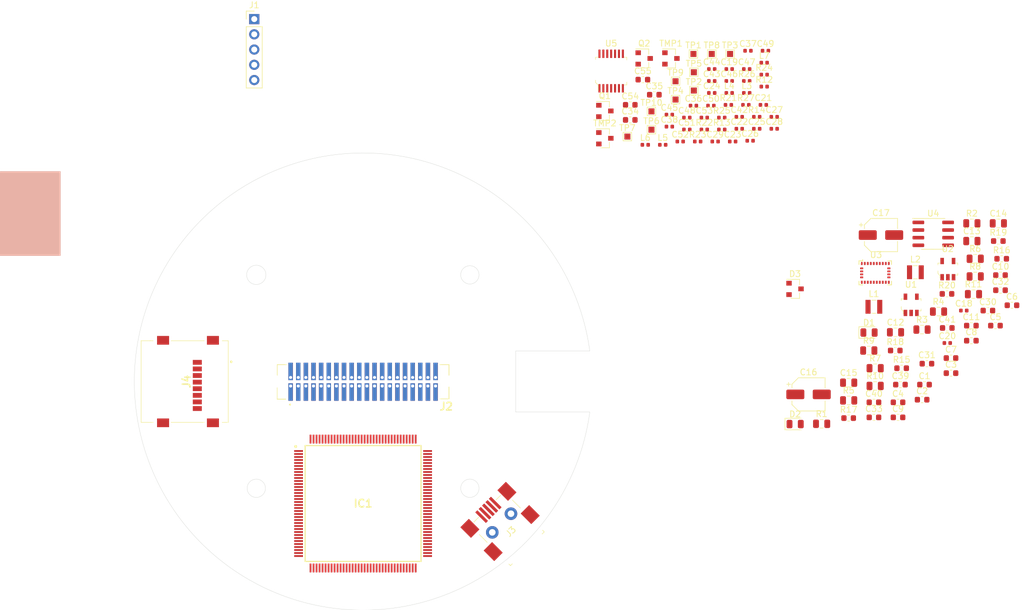
<source format=kicad_pcb>
(kicad_pcb (version 20171130) (host pcbnew "(5.1.2)-2")
  (layers (0 F.Cu signal) (1 In1.Cu power) (2 In2.Cu signal) (31 B.Cu power) (34 B.Paste user) (35 F.Paste user) (36 B.SilkS user) (37 F.SilkS user) (38 B.Mask user) (39 F.Mask user) (44 Edge.Cuts user))
  (net 0 "")
  (net 1 GND)
  (net 2 CAN_L)
  (net 3 CAN_H)
  (net 4 VDD)
  (net 5 "Net-(C2-Pad2)")
  (net 6 +3V3)
  (net 7 +5V)
  (net 8 "Net-(IC1-Pad144)")
  (net 9 "Net-(IC1-Pad143)")
  (net 10 "Net-(IC1-Pad142)")
  (net 11 "Net-(IC1-Pad141)")
  (net 12 "Net-(IC1-Pad140)")
  (net 13 "Net-(IC1-Pad139)")
  (net 14 "Net-(IC1-Pad138)")
  (net 15 "Net-(IC1-Pad135)")
  (net 16 "Net-(IC1-Pad134)")
  (net 17 "Net-(IC1-Pad133)")
  (net 18 "Net-(IC1-Pad132)")
  (net 19 "Net-(IC1-Pad131)")
  (net 20 "Net-(IC1-Pad130)")
  (net 21 "Net-(IC1-Pad129)")
  (net 22 "Net-(IC1-Pad128)")
  (net 23 "Net-(IC1-Pad127)")
  (net 24 "Net-(IC1-Pad126)")
  (net 25 "Net-(IC1-Pad125)")
  (net 26 "Net-(IC1-Pad124)")
  (net 27 "Net-(IC1-Pad121)")
  (net 28 "Net-(IC1-Pad119)")
  (net 29 "Net-(IC1-Pad118)")
  (net 30 "Net-(IC1-Pad117)")
  (net 31 "Net-(IC1-Pad116)")
  (net 32 "Net-(IC1-Pad115)")
  (net 33 "Net-(IC1-Pad114)")
  (net 34 "Net-(IC1-Pad113)")
  (net 35 "Net-(IC1-Pad112)")
  (net 36 "Net-(IC1-Pad111)")
  (net 37 CAN_TX)
  (net 38 CAN_RX)
  (net 39 "Net-(IC1-Pad104)")
  (net 40 "Net-(IC1-Pad103)")
  (net 41 "Net-(IC1-Pad102)")
  (net 42 "Net-(IC1-Pad101)")
  (net 43 "Net-(IC1-Pad100)")
  (net 44 "Net-(IC1-Pad99)")
  (net 45 "Net-(IC1-Pad98)")
  (net 46 "Net-(IC1-Pad96)")
  (net 47 "Net-(IC1-Pad95)")
  (net 48 "Net-(IC1-Pad94)")
  (net 49 "Net-(IC1-Pad93)")
  (net 50 "Net-(IC1-Pad92)")
  (net 51 "Net-(IC1-Pad87)")
  (net 52 "Net-(IC1-Pad86)")
  (net 53 "Net-(IC1-Pad85)")
  (net 54 "Net-(IC1-Pad84)")
  (net 55 "Net-(IC1-Pad83)")
  (net 56 "Net-(IC1-Pad82)")
  (net 57 "Net-(IC1-Pad81)")
  (net 58 "Net-(IC1-Pad80)")
  (net 59 "Net-(IC1-Pad79)")
  (net 60 "Net-(IC1-Pad78)")
  (net 61 USB_D+)
  (net 62 USB_D-)
  (net 63 USB_3V3)
  (net 64 USB_VBUS)
  (net 65 "Net-(IC1-Pad72)")
  (net 66 "Net-(IC1-Pad71)")
  (net 67 "Net-(IC1-Pad70)")
  (net 68 "Net-(IC1-Pad69)")
  (net 69 "Net-(IC1-Pad68)")
  (net 70 "Net-(IC1-Pad67)")
  (net 71 "Net-(IC1-Pad66)")
  (net 72 "Net-(IC1-Pad65)")
  (net 73 "Net-(IC1-Pad62)")
  (net 74 "Net-(IC1-Pad61)")
  (net 75 "Net-(IC1-Pad60)")
  (net 76 "Net-(IC1-Pad59)")
  (net 77 TDO)
  (net 78 TDI)
  (net 79 TCK)
  (net 80 "Net-(IC1-Pad53)")
  (net 81 "Net-(IC1-Pad52)")
  (net 82 "Net-(IC1-Pad51)")
  (net 83 "Net-(IC1-Pad50)")
  (net 84 "Net-(IC1-Pad49)")
  (net 85 "Net-(IC1-Pad48)")
  (net 86 "Net-(IC1-Pad47)")
  (net 87 "Net-(IC1-Pad46)")
  (net 88 "Net-(IC1-Pad45)")
  (net 89 "Net-(IC1-Pad44)")
  (net 90 "Net-(IC1-Pad43)")
  (net 91 "Net-(IC1-Pad40)")
  (net 92 "Net-(IC1-Pad39)")
  (net 93 "Net-(IC1-Pad38)")
  (net 94 "Net-(IC1-Pad37)")
  (net 95 PGED)
  (net 96 PGEC)
  (net 97 "Net-(IC1-Pad34)")
  (net 98 "Net-(IC1-Pad31)")
  (net 99 "Net-(IC1-Pad30)")
  (net 100 "Net-(IC1-Pad29)")
  (net 101 "Net-(IC1-Pad28)")
  (net 102 "Net-(IC1-Pad27)")
  (net 103 "Net-(IC1-Pad26)")
  (net 104 "Net-(IC1-Pad25)")
  (net 105 "Net-(IC1-Pad24)")
  (net 106 "Net-(IC1-Pad23)")
  (net 107 "Net-(IC1-Pad22)")
  (net 108 "Net-(IC1-Pad21)")
  (net 109 MCLR)
  (net 110 "Net-(IC1-Pad19)")
  (net 111 "Net-(IC1-Pad16)")
  (net 112 "Net-(IC1-Pad15)")
  (net 113 "Net-(IC1-Pad14)")
  (net 114 "Net-(IC1-Pad13)")
  (net 115 "Net-(IC1-Pad12)")
  (net 116 "Net-(IC1-Pad11)")
  (net 117 "Net-(IC1-Pad10)")
  (net 118 "Net-(IC1-Pad9)")
  (net 119 "Net-(IC1-Pad8)")
  (net 120 "Net-(IC1-Pad7)")
  (net 121 "Net-(IC1-Pad6)")
  (net 122 "Net-(IC1-Pad5)")
  (net 123 "Net-(IC1-Pad4)")
  (net 124 "Net-(IC1-Pad3)")
  (net 125 "Net-(IC1-Pad2)")
  (net 126 "Net-(IC1-Pad1)")
  (net 127 +5VP)
  (net 128 +3.3VP)
  (net 129 "Net-(J3-Pad4)")
  (net 130 !ENABLE_3V3)
  (net 131 !ENABLE_5V)
  (net 132 3V3_FAULT)
  (net 133 5V_FAULT)
  (net 134 BNO_RX)
  (net 135 BNO_INT)
  (net 136 "Net-(U3-Pad13)")
  (net 137 "Net-(U3-Pad12)")
  (net 138 BNO_BL_IND)
  (net 139 "Net-(U3-Pad8)")
  (net 140 "Net-(U3-Pad7)")
  (net 141 BNO_TX)
  (net 142 "Net-(U3-Pad21)")
  (net 143 "Net-(U3-Pad22)")
  (net 144 "Net-(U3-Pad23)")
  (net 145 "Net-(U3-Pad24)")
  (net 146 "Net-(U3-Pad26)")
  (net 147 "Net-(U3-Pad27)")
  (net 148 "Net-(U3-Pad1)")
  (net 149 "Net-(J4-Pad8)")
  (net 150 "Net-(J4-Pad1)")
  (net 151 "Net-(C12-Pad1)")
  (net 152 "Net-(C13-Pad1)")
  (net 153 "Net-(C16-Pad2)")
  (net 154 "Net-(C17-Pad2)")
  (net 155 "Net-(C22-Pad2)")
  (net 156 "Net-(C23-Pad2)")
  (net 157 TSENSE_1)
  (net 158 "Net-(C28-Pad1)")
  (net 159 "Net-(C29-Pad1)")
  (net 160 "Net-(C32-Pad2)")
  (net 161 "Net-(C33-Pad1)")
  (net 162 "Net-(C41-Pad2)")
  (net 163 SDO)
  (net 164 SDI1)
  (net 165 SCK)
  (net 166 SD_MOSI)
  (net 167 SD_MISO)
  (net 168 SD_CLK)
  (net 169 "Net-(C50-Pad1)")
  (net 170 "Net-(C51-Pad1)")
  (net 171 "Net-(C52-Pad1)")
  (net 172 SD_CS)
  (net 173 "Net-(C54-Pad1)")
  (net 174 "Net-(C55-Pad1)")
  (net 175 SDI)
  (net 176 "Net-(J1-Pad5)")
  (net 177 "Net-(J1-Pad4)")
  (net 178 "Net-(J2-Pad33)")
  (net 179 "Net-(J2-Pad32)")
  (net 180 UART2_RX)
  (net 181 "Net-(J2-Pad30)")
  (net 182 UART2_TX)
  (net 183 "Net-(J2-Pad28)")
  (net 184 UART1_RX)
  (net 185 "Net-(J2-Pad26)")
  (net 186 UART1_TX)
  (net 187 "Net-(J2-Pad24)")
  (net 188 "Net-(J2-Pad22)")
  (net 189 "Net-(J2-Pad18)")
  (net 190 "Net-(J2-Pad17)")
  (net 191 "Net-(J2-Pad16)")
  (net 192 "Net-(J2-Pad15)")
  (net 193 "Net-(J2-Pad14)")
  (net 194 "Net-(J2-Pad13)")
  (net 195 "Net-(J2-Pad12)")
  (net 196 "Net-(J2-Pad11)")
  (net 197 "Net-(J2-Pad10)")
  (net 198 "Net-(J2-Pad9)")
  (net 199 "Net-(J2-Pad8)")
  (net 200 SD_MISO_L)
  (net 201 SD_CLK_L)
  (net 202 SD_MOSI_L)
  (net 203 SD_CS_L)
  (net 204 "Net-(Q1-Pad2)")
  (net 205 "Net-(Q2-Pad2)")
  (net 206 "Net-(R5-Pad2)")
  (net 207 "Net-(R6-Pad2)")
  (net 208 BNO_BL_LOAD)
  (net 209 "Net-(R16-Pad2)")
  (net 210 "Net-(R17-Pad2)")
  (net 211 "Net-(R18-Pad1)")
  (net 212 BNO_ENABLE)
  (net 213 "Net-(U5-Pad9)")
  (net 214 "Net-(U5-Pad14)")
  (net 215 "Net-(U5-Pad6)")
  (module SamacSys_Parts:QFP50P2200X2200X160-144N (layer F.Cu) (at 152.4 147.32)
    (fp_text reference IC1 (at 0 0) (layer F.SilkS) (effects (font (size 1.27 1.27) (thickness 0.254))))
    (fp_text value PIC32MZ2048EFH144-I_PL hide)
    (pad 144 smd rect (at -8.75 -10.738) (size 0.3 1.475) (layers F.Cu F.Paste F.Mask) (net 8 "Net-(IC1-Pad144)"))
    (pad 143 smd rect (at -8.25 -10.738) (size 0.3 1.475) (layers F.Cu F.Paste F.Mask) (net 9 "Net-(IC1-Pad143)"))
    (pad 142 smd rect (at -7.75 -10.738) (size 0.3 1.475) (layers F.Cu F.Paste F.Mask) (net 10 "Net-(IC1-Pad142)"))
    (pad 141 smd rect (at -7.25 -10.738) (size 0.3 1.475) (layers F.Cu F.Paste F.Mask) (net 11 "Net-(IC1-Pad141)"))
    (pad 140 smd rect (at -6.75 -10.738) (size 0.3 1.475) (layers F.Cu F.Paste F.Mask) (net 12 "Net-(IC1-Pad140)"))
    (pad 139 smd rect (at -6.25 -10.738) (size 0.3 1.475) (layers F.Cu F.Paste F.Mask) (net 13 "Net-(IC1-Pad139)"))
    (pad 138 smd rect (at -5.75 -10.738) (size 0.3 1.475) (layers F.Cu F.Paste F.Mask) (net 14 "Net-(IC1-Pad138)"))
    (pad 137 smd rect (at -5.25 -10.738) (size 0.3 1.475) (layers F.Cu F.Paste F.Mask) (net 6 +3V3))
    (pad 136 smd rect (at -4.75 -10.738) (size 0.3 1.475) (layers F.Cu F.Paste F.Mask) (net 1 GND))
    (pad 135 smd rect (at -4.25 -10.738) (size 0.3 1.475) (layers F.Cu F.Paste F.Mask) (net 15 "Net-(IC1-Pad135)"))
    (pad 134 smd rect (at -3.75 -10.738) (size 0.3 1.475) (layers F.Cu F.Paste F.Mask) (net 16 "Net-(IC1-Pad134)"))
    (pad 133 smd rect (at -3.25 -10.738) (size 0.3 1.475) (layers F.Cu F.Paste F.Mask) (net 17 "Net-(IC1-Pad133)"))
    (pad 132 smd rect (at -2.75 -10.738) (size 0.3 1.475) (layers F.Cu F.Paste F.Mask) (net 18 "Net-(IC1-Pad132)"))
    (pad 131 smd rect (at -2.25 -10.738) (size 0.3 1.475) (layers F.Cu F.Paste F.Mask) (net 19 "Net-(IC1-Pad131)"))
    (pad 130 smd rect (at -1.75 -10.738) (size 0.3 1.475) (layers F.Cu F.Paste F.Mask) (net 20 "Net-(IC1-Pad130)"))
    (pad 129 smd rect (at -1.25 -10.738) (size 0.3 1.475) (layers F.Cu F.Paste F.Mask) (net 21 "Net-(IC1-Pad129)"))
    (pad 128 smd rect (at -0.75 -10.738) (size 0.3 1.475) (layers F.Cu F.Paste F.Mask) (net 22 "Net-(IC1-Pad128)"))
    (pad 127 smd rect (at -0.25 -10.738) (size 0.3 1.475) (layers F.Cu F.Paste F.Mask) (net 23 "Net-(IC1-Pad127)"))
    (pad 126 smd rect (at 0.25 -10.738) (size 0.3 1.475) (layers F.Cu F.Paste F.Mask) (net 24 "Net-(IC1-Pad126)"))
    (pad 125 smd rect (at 0.75 -10.738) (size 0.3 1.475) (layers F.Cu F.Paste F.Mask) (net 25 "Net-(IC1-Pad125)"))
    (pad 124 smd rect (at 1.25 -10.738) (size 0.3 1.475) (layers F.Cu F.Paste F.Mask) (net 26 "Net-(IC1-Pad124)"))
    (pad 123 smd rect (at 1.75 -10.738) (size 0.3 1.475) (layers F.Cu F.Paste F.Mask) (net 1 GND))
    (pad 122 smd rect (at 2.25 -10.738) (size 0.3 1.475) (layers F.Cu F.Paste F.Mask) (net 6 +3V3))
    (pad 121 smd rect (at 2.75 -10.738) (size 0.3 1.475) (layers F.Cu F.Paste F.Mask) (net 27 "Net-(IC1-Pad121)"))
    (pad 120 smd rect (at 3.25 -10.738) (size 0.3 1.475) (layers F.Cu F.Paste F.Mask) (net 175 SDI))
    (pad 119 smd rect (at 3.75 -10.738) (size 0.3 1.475) (layers F.Cu F.Paste F.Mask) (net 28 "Net-(IC1-Pad119)"))
    (pad 118 smd rect (at 4.25 -10.738) (size 0.3 1.475) (layers F.Cu F.Paste F.Mask) (net 29 "Net-(IC1-Pad118)"))
    (pad 117 smd rect (at 4.75 -10.738) (size 0.3 1.475) (layers F.Cu F.Paste F.Mask) (net 30 "Net-(IC1-Pad117)"))
    (pad 116 smd rect (at 5.25 -10.738) (size 0.3 1.475) (layers F.Cu F.Paste F.Mask) (net 31 "Net-(IC1-Pad116)"))
    (pad 115 smd rect (at 5.75 -10.738) (size 0.3 1.475) (layers F.Cu F.Paste F.Mask) (net 32 "Net-(IC1-Pad115)"))
    (pad 114 smd rect (at 6.25 -10.738) (size 0.3 1.475) (layers F.Cu F.Paste F.Mask) (net 33 "Net-(IC1-Pad114)"))
    (pad 113 smd rect (at 6.75 -10.738) (size 0.3 1.475) (layers F.Cu F.Paste F.Mask) (net 34 "Net-(IC1-Pad113)"))
    (pad 112 smd rect (at 7.25 -10.738) (size 0.3 1.475) (layers F.Cu F.Paste F.Mask) (net 35 "Net-(IC1-Pad112)"))
    (pad 111 smd rect (at 7.75 -10.738) (size 0.3 1.475) (layers F.Cu F.Paste F.Mask) (net 36 "Net-(IC1-Pad111)"))
    (pad 110 smd rect (at 8.25 -10.738) (size 0.3 1.475) (layers F.Cu F.Paste F.Mask) (net 163 SDO))
    (pad 109 smd rect (at 8.75 -10.738) (size 0.3 1.475) (layers F.Cu F.Paste F.Mask) (net 165 SCK))
    (pad 108 smd rect (at 10.738 -8.75 90) (size 0.3 1.475) (layers F.Cu F.Paste F.Mask) (net 1 GND))
    (pad 107 smd rect (at 10.738 -8.25 90) (size 0.3 1.475) (layers F.Cu F.Paste F.Mask) (net 6 +3V3))
    (pad 106 smd rect (at 10.738 -7.75 90) (size 0.3 1.475) (layers F.Cu F.Paste F.Mask) (net 37 CAN_TX))
    (pad 105 smd rect (at 10.738 -7.25 90) (size 0.3 1.475) (layers F.Cu F.Paste F.Mask) (net 38 CAN_RX))
    (pad 104 smd rect (at 10.738 -6.75 90) (size 0.3 1.475) (layers F.Cu F.Paste F.Mask) (net 39 "Net-(IC1-Pad104)"))
    (pad 103 smd rect (at 10.738 -6.25 90) (size 0.3 1.475) (layers F.Cu F.Paste F.Mask) (net 40 "Net-(IC1-Pad103)"))
    (pad 102 smd rect (at 10.738 -5.75 90) (size 0.3 1.475) (layers F.Cu F.Paste F.Mask) (net 41 "Net-(IC1-Pad102)"))
    (pad 101 smd rect (at 10.738 -5.25 90) (size 0.3 1.475) (layers F.Cu F.Paste F.Mask) (net 42 "Net-(IC1-Pad101)"))
    (pad 100 smd rect (at 10.738 -4.75 90) (size 0.3 1.475) (layers F.Cu F.Paste F.Mask) (net 43 "Net-(IC1-Pad100)"))
    (pad 99 smd rect (at 10.738 -4.25 90) (size 0.3 1.475) (layers F.Cu F.Paste F.Mask) (net 44 "Net-(IC1-Pad99)"))
    (pad 98 smd rect (at 10.738 -3.75 90) (size 0.3 1.475) (layers F.Cu F.Paste F.Mask) (net 45 "Net-(IC1-Pad98)"))
    (pad 97 smd rect (at 10.738 -3.25 90) (size 0.3 1.475) (layers F.Cu F.Paste F.Mask) (net 164 SDI1))
    (pad 96 smd rect (at 10.738 -2.75 90) (size 0.3 1.475) (layers F.Cu F.Paste F.Mask) (net 46 "Net-(IC1-Pad96)"))
    (pad 95 smd rect (at 10.738 -2.25 90) (size 0.3 1.475) (layers F.Cu F.Paste F.Mask) (net 47 "Net-(IC1-Pad95)"))
    (pad 94 smd rect (at 10.738 -1.75 90) (size 0.3 1.475) (layers F.Cu F.Paste F.Mask) (net 48 "Net-(IC1-Pad94)"))
    (pad 93 smd rect (at 10.738 -1.25 90) (size 0.3 1.475) (layers F.Cu F.Paste F.Mask) (net 49 "Net-(IC1-Pad93)"))
    (pad 92 smd rect (at 10.738 -0.75 90) (size 0.3 1.475) (layers F.Cu F.Paste F.Mask) (net 50 "Net-(IC1-Pad92)"))
    (pad 91 smd rect (at 10.738 -0.25 90) (size 0.3 1.475) (layers F.Cu F.Paste F.Mask) (net 134 BNO_RX))
    (pad 90 smd rect (at 10.738 0.25 90) (size 0.3 1.475) (layers F.Cu F.Paste F.Mask) (net 141 BNO_TX))
    (pad 89 smd rect (at 10.738 0.75 90) (size 0.3 1.475) (layers F.Cu F.Paste F.Mask) (net 1 GND))
    (pad 88 smd rect (at 10.738 1.25 90) (size 0.3 1.475) (layers F.Cu F.Paste F.Mask) (net 6 +3V3))
    (pad 87 smd rect (at 10.738 1.75 90) (size 0.3 1.475) (layers F.Cu F.Paste F.Mask) (net 51 "Net-(IC1-Pad87)"))
    (pad 86 smd rect (at 10.738 2.25 90) (size 0.3 1.475) (layers F.Cu F.Paste F.Mask) (net 52 "Net-(IC1-Pad86)"))
    (pad 85 smd rect (at 10.738 2.75 90) (size 0.3 1.475) (layers F.Cu F.Paste F.Mask) (net 53 "Net-(IC1-Pad85)"))
    (pad 84 smd rect (at 10.738 3.25 90) (size 0.3 1.475) (layers F.Cu F.Paste F.Mask) (net 54 "Net-(IC1-Pad84)"))
    (pad 83 smd rect (at 10.738 3.75 90) (size 0.3 1.475) (layers F.Cu F.Paste F.Mask) (net 55 "Net-(IC1-Pad83)"))
    (pad 82 smd rect (at 10.738 4.25 90) (size 0.3 1.475) (layers F.Cu F.Paste F.Mask) (net 56 "Net-(IC1-Pad82)"))
    (pad 81 smd rect (at 10.738 4.75 90) (size 0.3 1.475) (layers F.Cu F.Paste F.Mask) (net 57 "Net-(IC1-Pad81)"))
    (pad 80 smd rect (at 10.738 5.25 90) (size 0.3 1.475) (layers F.Cu F.Paste F.Mask) (net 58 "Net-(IC1-Pad80)"))
    (pad 79 smd rect (at 10.738 5.75 90) (size 0.3 1.475) (layers F.Cu F.Paste F.Mask) (net 59 "Net-(IC1-Pad79)"))
    (pad 78 smd rect (at 10.738 6.25 90) (size 0.3 1.475) (layers F.Cu F.Paste F.Mask) (net 60 "Net-(IC1-Pad78)"))
    (pad 77 smd rect (at 10.738 6.75 90) (size 0.3 1.475) (layers F.Cu F.Paste F.Mask) (net 61 USB_D+))
    (pad 76 smd rect (at 10.738 7.25 90) (size 0.3 1.475) (layers F.Cu F.Paste F.Mask) (net 62 USB_D-))
    (pad 75 smd rect (at 10.738 7.75 90) (size 0.3 1.475) (layers F.Cu F.Paste F.Mask) (net 1 GND))
    (pad 74 smd rect (at 10.738 8.25 90) (size 0.3 1.475) (layers F.Cu F.Paste F.Mask) (net 63 USB_3V3))
    (pad 73 smd rect (at 10.738 8.75 90) (size 0.3 1.475) (layers F.Cu F.Paste F.Mask) (net 64 USB_VBUS))
    (pad 72 smd rect (at 8.75 10.738) (size 0.3 1.475) (layers F.Cu F.Paste F.Mask) (net 65 "Net-(IC1-Pad72)"))
    (pad 71 smd rect (at 8.25 10.738) (size 0.3 1.475) (layers F.Cu F.Paste F.Mask) (net 66 "Net-(IC1-Pad71)"))
    (pad 70 smd rect (at 7.75 10.738) (size 0.3 1.475) (layers F.Cu F.Paste F.Mask) (net 67 "Net-(IC1-Pad70)"))
    (pad 69 smd rect (at 7.25 10.738) (size 0.3 1.475) (layers F.Cu F.Paste F.Mask) (net 68 "Net-(IC1-Pad69)"))
    (pad 68 smd rect (at 6.75 10.738) (size 0.3 1.475) (layers F.Cu F.Paste F.Mask) (net 69 "Net-(IC1-Pad68)"))
    (pad 67 smd rect (at 6.25 10.738) (size 0.3 1.475) (layers F.Cu F.Paste F.Mask) (net 70 "Net-(IC1-Pad67)"))
    (pad 66 smd rect (at 5.75 10.738) (size 0.3 1.475) (layers F.Cu F.Paste F.Mask) (net 71 "Net-(IC1-Pad66)"))
    (pad 65 smd rect (at 5.25 10.738) (size 0.3 1.475) (layers F.Cu F.Paste F.Mask) (net 72 "Net-(IC1-Pad65)"))
    (pad 64 smd rect (at 4.75 10.738) (size 0.3 1.475) (layers F.Cu F.Paste F.Mask) (net 6 +3V3))
    (pad 63 smd rect (at 4.25 10.738) (size 0.3 1.475) (layers F.Cu F.Paste F.Mask) (net 1 GND))
    (pad 62 smd rect (at 3.75 10.738) (size 0.3 1.475) (layers F.Cu F.Paste F.Mask) (net 73 "Net-(IC1-Pad62)"))
    (pad 61 smd rect (at 3.25 10.738) (size 0.3 1.475) (layers F.Cu F.Paste F.Mask) (net 74 "Net-(IC1-Pad61)"))
    (pad 60 smd rect (at 2.75 10.738) (size 0.3 1.475) (layers F.Cu F.Paste F.Mask) (net 75 "Net-(IC1-Pad60)"))
    (pad 59 smd rect (at 2.25 10.738) (size 0.3 1.475) (layers F.Cu F.Paste F.Mask) (net 76 "Net-(IC1-Pad59)"))
    (pad 58 smd rect (at 1.75 10.738) (size 0.3 1.475) (layers F.Cu F.Paste F.Mask) (net 77 TDO))
    (pad 57 smd rect (at 1.25 10.738) (size 0.3 1.475) (layers F.Cu F.Paste F.Mask) (net 78 TDI))
    (pad 56 smd rect (at 0.75 10.738) (size 0.3 1.475) (layers F.Cu F.Paste F.Mask) (net 79 TCK))
    (pad 55 smd rect (at 0.25 10.738) (size 0.3 1.475) (layers F.Cu F.Paste F.Mask) (net 6 +3V3))
    (pad 54 smd rect (at -0.25 10.738) (size 0.3 1.475) (layers F.Cu F.Paste F.Mask) (net 1 GND))
    (pad 53 smd rect (at -0.75 10.738) (size 0.3 1.475) (layers F.Cu F.Paste F.Mask) (net 80 "Net-(IC1-Pad53)"))
    (pad 52 smd rect (at -1.25 10.738) (size 0.3 1.475) (layers F.Cu F.Paste F.Mask) (net 81 "Net-(IC1-Pad52)"))
    (pad 51 smd rect (at -1.75 10.738) (size 0.3 1.475) (layers F.Cu F.Paste F.Mask) (net 82 "Net-(IC1-Pad51)"))
    (pad 50 smd rect (at -2.25 10.738) (size 0.3 1.475) (layers F.Cu F.Paste F.Mask) (net 83 "Net-(IC1-Pad50)"))
    (pad 49 smd rect (at -2.75 10.738) (size 0.3 1.475) (layers F.Cu F.Paste F.Mask) (net 84 "Net-(IC1-Pad49)"))
    (pad 48 smd rect (at -3.25 10.738) (size 0.3 1.475) (layers F.Cu F.Paste F.Mask) (net 85 "Net-(IC1-Pad48)"))
    (pad 47 smd rect (at -3.75 10.738) (size 0.3 1.475) (layers F.Cu F.Paste F.Mask) (net 86 "Net-(IC1-Pad47)"))
    (pad 46 smd rect (at -4.25 10.738) (size 0.3 1.475) (layers F.Cu F.Paste F.Mask) (net 87 "Net-(IC1-Pad46)"))
    (pad 45 smd rect (at -4.75 10.738) (size 0.3 1.475) (layers F.Cu F.Paste F.Mask) (net 88 "Net-(IC1-Pad45)"))
    (pad 44 smd rect (at -5.25 10.738) (size 0.3 1.475) (layers F.Cu F.Paste F.Mask) (net 89 "Net-(IC1-Pad44)"))
    (pad 43 smd rect (at -5.75 10.738) (size 0.3 1.475) (layers F.Cu F.Paste F.Mask) (net 90 "Net-(IC1-Pad43)"))
    (pad 42 smd rect (at -6.25 10.738) (size 0.3 1.475) (layers F.Cu F.Paste F.Mask) (net 1 GND))
    (pad 41 smd rect (at -6.75 10.738) (size 0.3 1.475) (layers F.Cu F.Paste F.Mask) (net 6 +3V3))
    (pad 40 smd rect (at -7.25 10.738) (size 0.3 1.475) (layers F.Cu F.Paste F.Mask) (net 91 "Net-(IC1-Pad40)"))
    (pad 39 smd rect (at -7.75 10.738) (size 0.3 1.475) (layers F.Cu F.Paste F.Mask) (net 92 "Net-(IC1-Pad39)"))
    (pad 38 smd rect (at -8.25 10.738) (size 0.3 1.475) (layers F.Cu F.Paste F.Mask) (net 93 "Net-(IC1-Pad38)"))
    (pad 37 smd rect (at -8.75 10.738) (size 0.3 1.475) (layers F.Cu F.Paste F.Mask) (net 94 "Net-(IC1-Pad37)"))
    (pad 36 smd rect (at -10.738 8.75 90) (size 0.3 1.475) (layers F.Cu F.Paste F.Mask) (net 95 PGED))
    (pad 35 smd rect (at -10.738 8.25 90) (size 0.3 1.475) (layers F.Cu F.Paste F.Mask) (net 96 PGEC))
    (pad 34 smd rect (at -10.738 7.75 90) (size 0.3 1.475) (layers F.Cu F.Paste F.Mask) (net 97 "Net-(IC1-Pad34)"))
    (pad 33 smd rect (at -10.738 7.25 90) (size 0.3 1.475) (layers F.Cu F.Paste F.Mask) (net 6 +3V3))
    (pad 32 smd rect (at -10.738 6.75 90) (size 0.3 1.475) (layers F.Cu F.Paste F.Mask) (net 1 GND))
    (pad 31 smd rect (at -10.738 6.25 90) (size 0.3 1.475) (layers F.Cu F.Paste F.Mask) (net 98 "Net-(IC1-Pad31)"))
    (pad 30 smd rect (at -10.738 5.75 90) (size 0.3 1.475) (layers F.Cu F.Paste F.Mask) (net 99 "Net-(IC1-Pad30)"))
    (pad 29 smd rect (at -10.738 5.25 90) (size 0.3 1.475) (layers F.Cu F.Paste F.Mask) (net 100 "Net-(IC1-Pad29)"))
    (pad 28 smd rect (at -10.738 4.75 90) (size 0.3 1.475) (layers F.Cu F.Paste F.Mask) (net 101 "Net-(IC1-Pad28)"))
    (pad 27 smd rect (at -10.738 4.25 90) (size 0.3 1.475) (layers F.Cu F.Paste F.Mask) (net 102 "Net-(IC1-Pad27)"))
    (pad 26 smd rect (at -10.738 3.75 90) (size 0.3 1.475) (layers F.Cu F.Paste F.Mask) (net 103 "Net-(IC1-Pad26)"))
    (pad 25 smd rect (at -10.738 3.25 90) (size 0.3 1.475) (layers F.Cu F.Paste F.Mask) (net 104 "Net-(IC1-Pad25)"))
    (pad 24 smd rect (at -10.738 2.75 90) (size 0.3 1.475) (layers F.Cu F.Paste F.Mask) (net 105 "Net-(IC1-Pad24)"))
    (pad 23 smd rect (at -10.738 2.25 90) (size 0.3 1.475) (layers F.Cu F.Paste F.Mask) (net 106 "Net-(IC1-Pad23)"))
    (pad 22 smd rect (at -10.738 1.75 90) (size 0.3 1.475) (layers F.Cu F.Paste F.Mask) (net 107 "Net-(IC1-Pad22)"))
    (pad 21 smd rect (at -10.738 1.25 90) (size 0.3 1.475) (layers F.Cu F.Paste F.Mask) (net 108 "Net-(IC1-Pad21)"))
    (pad 20 smd rect (at -10.738 0.75 90) (size 0.3 1.475) (layers F.Cu F.Paste F.Mask) (net 109 MCLR))
    (pad 19 smd rect (at -10.738 0.25 90) (size 0.3 1.475) (layers F.Cu F.Paste F.Mask) (net 110 "Net-(IC1-Pad19)"))
    (pad 18 smd rect (at -10.738 -0.25 90) (size 0.3 1.475) (layers F.Cu F.Paste F.Mask) (net 6 +3V3))
    (pad 17 smd rect (at -10.738 -0.75 90) (size 0.3 1.475) (layers F.Cu F.Paste F.Mask) (net 1 GND))
    (pad 16 smd rect (at -10.738 -1.25 90) (size 0.3 1.475) (layers F.Cu F.Paste F.Mask) (net 111 "Net-(IC1-Pad16)"))
    (pad 15 smd rect (at -10.738 -1.75 90) (size 0.3 1.475) (layers F.Cu F.Paste F.Mask) (net 112 "Net-(IC1-Pad15)"))
    (pad 14 smd rect (at -10.738 -2.25 90) (size 0.3 1.475) (layers F.Cu F.Paste F.Mask) (net 113 "Net-(IC1-Pad14)"))
    (pad 13 smd rect (at -10.738 -2.75 90) (size 0.3 1.475) (layers F.Cu F.Paste F.Mask) (net 114 "Net-(IC1-Pad13)"))
    (pad 12 smd rect (at -10.738 -3.25 90) (size 0.3 1.475) (layers F.Cu F.Paste F.Mask) (net 115 "Net-(IC1-Pad12)"))
    (pad 11 smd rect (at -10.738 -3.75 90) (size 0.3 1.475) (layers F.Cu F.Paste F.Mask) (net 116 "Net-(IC1-Pad11)"))
    (pad 10 smd rect (at -10.738 -4.25 90) (size 0.3 1.475) (layers F.Cu F.Paste F.Mask) (net 117 "Net-(IC1-Pad10)"))
    (pad 9 smd rect (at -10.738 -4.75 90) (size 0.3 1.475) (layers F.Cu F.Paste F.Mask) (net 118 "Net-(IC1-Pad9)"))
    (pad 8 smd rect (at -10.738 -5.25 90) (size 0.3 1.475) (layers F.Cu F.Paste F.Mask) (net 119 "Net-(IC1-Pad8)"))
    (pad 7 smd rect (at -10.738 -5.75 90) (size 0.3 1.475) (layers F.Cu F.Paste F.Mask) (net 120 "Net-(IC1-Pad7)"))
    (pad 6 smd rect (at -10.738 -6.25 90) (size 0.3 1.475) (layers F.Cu F.Paste F.Mask) (net 121 "Net-(IC1-Pad6)"))
    (pad 5 smd rect (at -10.738 -6.75 90) (size 0.3 1.475) (layers F.Cu F.Paste F.Mask) (net 122 "Net-(IC1-Pad5)"))
    (pad 4 smd rect (at -10.738 -7.25 90) (size 0.3 1.475) (layers F.Cu F.Paste F.Mask) (net 123 "Net-(IC1-Pad4)"))
    (pad 3 smd rect (at -10.738 -7.75 90) (size 0.3 1.475) (layers F.Cu F.Paste F.Mask) (net 124 "Net-(IC1-Pad3)"))
    (pad 2 smd rect (at -10.738 -8.25 90) (size 0.3 1.475) (layers F.Cu F.Paste F.Mask) (net 125 "Net-(IC1-Pad2)"))
    (pad 1 smd rect (at -10.738 -8.75 90) (size 0.3 1.475) (layers F.Cu F.Paste F.Mask) (net 126 "Net-(IC1-Pad1)"))
  )
  (module MASA_Library:472192001 (layer F.Cu) (at 123 127 90)
    (fp_text reference J4 (at 0 0 90) (layer F.SilkS) (effects (font (size 1.27 1.27) (thickness 0.254))))
    (fp_text value 47219-2001 hide)
    (pad 12 smd rect (at 6.875 4.4 90) (size 1.45 2) (layers F.Cu F.Paste F.Mask) (net 1 GND))
    (pad 11 smd rect (at 6.875 -3.9 90) (size 1.45 2) (layers F.Cu F.Paste F.Mask) (net 1 GND))
    (pad 10 smd rect (at -6.875 -3.9 90) (size 1.45 2) (layers F.Cu F.Paste F.Mask) (net 1 GND))
    (pad 9 smd rect (at -6.875 4.4 90) (size 1.45 2) (layers F.Cu F.Paste F.Mask) (net 1 GND))
    (pad 8 smd rect (at -4.495 1.8 90) (size 0.8 1.5) (layers F.Cu F.Paste F.Mask) (net 149 "Net-(J4-Pad8)"))
    (pad 7 smd rect (at -3.395 1.8 90) (size 0.8 1.5) (layers F.Cu F.Paste F.Mask) (net 200 SD_MISO_L))
    (pad 6 smd rect (at -2.295 1.8 90) (size 0.8 1.5) (layers F.Cu F.Paste F.Mask) (net 1 GND))
    (pad 5 smd rect (at -1.195 1.8 90) (size 0.8 1.5) (layers F.Cu F.Paste F.Mask) (net 201 SD_CLK_L))
    (pad 4 smd rect (at -0.095 1.8 90) (size 0.8 1.5) (layers F.Cu F.Paste F.Mask) (net 6 +3V3))
    (pad 3 smd rect (at 1.005 1.8 90) (size 0.8 1.5) (layers F.Cu F.Paste F.Mask) (net 202 SD_MOSI_L))
    (pad 2 smd rect (at 2.105 1.8 90) (size 0.8 1.5) (layers F.Cu F.Paste F.Mask) (net 203 SD_CS_L))
    (pad 1 smd rect (at 3.205 1.8 90) (size 0.8 1.5) (layers F.Cu F.Paste F.Mask) (net 150 "Net-(J4-Pad1)"))
  )
  (module digikey-footprints:TSSOP-14_W4.4mm (layer F.Cu) (at 193.7 75.26)
    (fp_text reference U5 (at 0 -4.6) (layer F.SilkS))
    (fp_text value TXB0104PWR)
    (pad 8 smd rect (at 1.95 -2.875) (size 0.35 1.4) (layers F.Cu F.Paste F.Mask) (net 7 +5V))
    (pad 9 smd rect (at 1.3 -2.875) (size 0.35 1.4) (layers F.Cu F.Paste F.Mask) (net 213 "Net-(U5-Pad9)"))
    (pad 10 smd rect (at 0.65 -2.875) (size 0.35 1.4) (layers F.Cu F.Paste F.Mask) (net 200 SD_MISO_L))
    (pad 11 smd rect (at 0 -2.875) (size 0.35 1.4) (layers F.Cu F.Paste F.Mask) (net 201 SD_CLK_L))
    (pad 12 smd rect (at -0.65 -2.875) (size 0.35 1.4) (layers F.Cu F.Paste F.Mask) (net 202 SD_MOSI_L))
    (pad 13 smd rect (at -1.3 -2.875) (size 0.35 1.4) (layers F.Cu F.Paste F.Mask) (net 203 SD_CS_L))
    (pad 14 smd rect (at -1.95 -2.875) (size 0.35 1.4) (layers F.Cu F.Paste F.Mask) (net 214 "Net-(U5-Pad14)"))
    (pad 7 smd rect (at 1.95 2.875) (size 0.35 1.4) (layers F.Cu F.Paste F.Mask) (net 1 GND))
    (pad 6 smd rect (at 1.3 2.875) (size 0.35 1.4) (layers F.Cu F.Paste F.Mask) (net 215 "Net-(U5-Pad6)"))
    (pad 5 smd rect (at 0.65 2.875) (size 0.35 1.4) (layers F.Cu F.Paste F.Mask) (net 167 SD_MISO))
    (pad 4 smd rect (at 0 2.875) (size 0.35 1.4) (layers F.Cu F.Paste F.Mask) (net 168 SD_CLK))
    (pad 3 smd rect (at -0.65 2.875) (size 0.35 1.4) (layers F.Cu F.Paste F.Mask) (net 166 SD_MOSI))
    (pad 2 smd rect (at -1.3 2.875) (size 0.35 1.4) (layers F.Cu F.Paste F.Mask) (net 172 SD_CS))
    (pad 1 smd rect (at -1.95 2.875) (size 0.35 1.4) (layers F.Cu F.Paste F.Mask) (net 7 +5V))
  )
  (module TestPoint:TestPoint_Pad_1.0x1.0mm (layer F.Cu) (at 200.41 81.98)
    (fp_text reference TP10 (at 0 -1.448) (layer F.SilkS))
    (fp_text value T)
    (pad 1 smd rect (at 0 0) (size 1 1) (layers F.Cu F.Mask) (net 2 CAN_L))
  )
  (module TestPoint:TestPoint_Pad_1.0x1.0mm (layer F.Cu) (at 204.42 76.96)
    (fp_text reference TP9 (at 0 -1.448) (layer F.SilkS))
    (fp_text value T)
    (pad 1 smd rect (at 0 0) (size 1 1) (layers F.Cu F.Mask) (net 3 CAN_H))
  )
  (module TestPoint:TestPoint_Pad_1.0x1.0mm (layer F.Cu) (at 210.45 72.41)
    (fp_text reference TP8 (at 0 -1.448) (layer F.SilkS))
    (fp_text value T)
    (pad 1 smd rect (at 0 0) (size 1 1) (layers F.Cu F.Mask) (net 38 CAN_RX))
  )
  (module TestPoint:TestPoint_Pad_1.0x1.0mm (layer F.Cu) (at 196.4 86.18)
    (fp_text reference TP7 (at 0 -1.448) (layer F.SilkS))
    (fp_text value T)
    (pad 1 smd rect (at 0 0) (size 1 1) (layers F.Cu F.Mask) (net 37 CAN_TX))
  )
  (module TestPoint:TestPoint_Pad_1.0x1.0mm (layer F.Cu) (at 200.41 85.03)
    (fp_text reference TP6 (at 0 -1.448) (layer F.SilkS))
    (fp_text value T)
    (pad 1 smd rect (at 0 0) (size 1 1) (layers F.Cu F.Mask) (net 7 +5V))
  )
  (module TestPoint:TestPoint_Pad_1.0x1.0mm (layer F.Cu) (at 207.47 75.46)
    (fp_text reference TP5 (at 0 -1.448) (layer F.SilkS))
    (fp_text value T)
    (pad 1 smd rect (at 0 0) (size 1 1) (layers F.Cu F.Mask) (net 6 +3V3))
  )
  (module TestPoint:TestPoint_Pad_1.0x1.0mm (layer F.Cu) (at 204.42 80.01)
    (fp_text reference TP4 (at 0 -1.448) (layer F.SilkS))
    (fp_text value T)
    (pad 1 smd rect (at 0 0) (size 1 1) (layers F.Cu F.Mask) (net 152 "Net-(C13-Pad1)"))
  )
  (module TestPoint:TestPoint_Pad_1.0x1.0mm (layer F.Cu) (at 213.5 72.41)
    (fp_text reference TP3 (at 0 -1.448) (layer F.SilkS))
    (fp_text value T)
    (pad 1 smd rect (at 0 0) (size 1 1) (layers F.Cu F.Mask) (net 151 "Net-(C12-Pad1)"))
  )
  (module TestPoint:TestPoint_Pad_1.0x1.0mm (layer F.Cu) (at 207.47 78.51)
    (fp_text reference TP2 (at 0 -1.448) (layer F.SilkS))
    (fp_text value T)
    (pad 1 smd rect (at 0 0) (size 1 1) (layers F.Cu F.Mask) (net 109 MCLR))
  )
  (module TestPoint:TestPoint_Pad_1.0x1.0mm (layer F.Cu) (at 207.4 72.41)
    (fp_text reference TP1 (at 0 -1.448) (layer F.SilkS))
    (fp_text value T)
    (pad 1 smd rect (at 0 0) (size 1 1) (layers F.Cu F.Mask) (net 5 "Net-(C2-Pad2)"))
  )
  (module Package_TO_SOT_SMD:SOT-23 (layer F.Cu) (at 192.65 86.46)
    (fp_text reference TMP2 (at 0 -2.5) (layer F.SilkS))
    (fp_text value LM50CIM3X)
    (pad 3 smd rect (at 1 0) (size 0.9 0.8) (layers F.Cu F.Paste F.Mask) (net 1 GND))
    (pad 2 smd rect (at -1 0.95) (size 0.9 0.8) (layers F.Cu F.Paste F.Mask) (net 156 "Net-(C23-Pad2)"))
    (pad 1 smd rect (at -1 -0.95) (size 0.9 0.8) (layers F.Cu F.Paste F.Mask) (net 7 +5V))
  )
  (module Package_TO_SOT_SMD:SOT-23 (layer F.Cu) (at 203.65 73.16)
    (fp_text reference TMP1 (at 0 -2.5) (layer F.SilkS))
    (fp_text value LM50CIM3X)
    (pad 3 smd rect (at 1 0) (size 0.9 0.8) (layers F.Cu F.Paste F.Mask) (net 1 GND))
    (pad 2 smd rect (at -1 0.95) (size 0.9 0.8) (layers F.Cu F.Paste F.Mask) (net 155 "Net-(C22-Pad2)"))
    (pad 1 smd rect (at -1 -0.95) (size 0.9 0.8) (layers F.Cu F.Paste F.Mask) (net 7 +5V))
  )
  (module Resistor_SMD:R_0402_1005Metric (layer F.Cu) (at 216.13 80.9)
    (fp_text reference R27 (at 0 -1.17) (layer F.SilkS))
    (fp_text value 10k)
    (pad 2 smd roundrect (at 0.485 0) (size 0.59 0.64) (layers F.Cu F.Paste F.Mask) (net 7 +5V))
    (pad 1 smd roundrect (at -0.485 0) (size 0.59 0.64) (layers F.Cu F.Paste F.Mask) (net 205 "Net-(Q2-Pad2)"))
  )
  (module Resistor_SMD:R_0402_1005Metric (layer F.Cu) (at 216.27 76.92)
    (fp_text reference R26 (at 0 -1.17) (layer F.SilkS))
    (fp_text value 10k)
    (pad 2 smd roundrect (at 0.485 0) (size 0.59 0.64) (layers F.Cu F.Paste F.Mask) (net 7 +5V))
    (pad 1 smd roundrect (at -0.485 0) (size 0.59 0.64) (layers F.Cu F.Paste F.Mask) (net 204 "Net-(Q1-Pad2)"))
  )
  (module Resistor_SMD:R_0402_1005Metric (layer F.Cu) (at 212.12 83.02)
    (fp_text reference R25 (at 0 -1.17) (layer F.SilkS))
    (fp_text value 1k)
    (pad 2 smd roundrect (at 0.485 0) (size 0.59 0.64) (layers F.Cu F.Paste F.Mask) (net 212 BNO_ENABLE))
    (pad 1 smd roundrect (at -0.485 0) (size 0.59 0.64) (layers F.Cu F.Paste F.Mask) (net 174 "Net-(C55-Pad1)"))
  )
  (module Resistor_SMD:R_0402_1005Metric (layer F.Cu) (at 219.18 75.86)
    (fp_text reference R24 (at 0 -1.17) (layer F.SilkS))
    (fp_text value 3.3)
    (pad 2 smd roundrect (at 0.485 0) (size 0.59 0.64) (layers F.Cu F.Paste F.Mask) (net 1 GND))
    (pad 1 smd roundrect (at -0.485 0) (size 0.59 0.64) (layers F.Cu F.Paste F.Mask) (net 171 "Net-(C52-Pad1)"))
  )
  (module Resistor_SMD:R_0402_1005Metric (layer F.Cu) (at 208.11 87)
    (fp_text reference R23 (at 0 -1.17) (layer F.SilkS))
    (fp_text value 3.3)
    (pad 2 smd roundrect (at 0.485 0) (size 0.59 0.64) (layers F.Cu F.Paste F.Mask) (net 1 GND))
    (pad 1 smd roundrect (at -0.485 0) (size 0.59 0.64) (layers F.Cu F.Paste F.Mask) (net 170 "Net-(C51-Pad1)"))
  )
  (module Resistor_SMD:R_0402_1005Metric (layer F.Cu) (at 209.21 85.01)
    (fp_text reference R22 (at 0 -1.17) (layer F.SilkS))
    (fp_text value 3.3)
    (pad 2 smd roundrect (at 0.485 0) (size 0.59 0.64) (layers F.Cu F.Paste F.Mask) (net 1 GND))
    (pad 1 smd roundrect (at -0.485 0) (size 0.59 0.64) (layers F.Cu F.Paste F.Mask) (net 169 "Net-(C50-Pad1)"))
  )
  (module Resistor_SMD:R_0402_1005Metric (layer F.Cu) (at 213.22 80.9)
    (fp_text reference R21 (at 0 -1.17) (layer F.SilkS))
    (fp_text value 10k)
    (pad 2 smd roundrect (at 0.485 0) (size 0.59 0.64) (layers F.Cu F.Paste F.Mask) (net 7 +5V))
    (pad 1 smd roundrect (at -0.485 0) (size 0.59 0.64) (layers F.Cu F.Paste F.Mask) (net 1 GND))
  )
  (module Resistor_SMD:R_0402_1005Metric (layer F.Cu) (at 217.94 82.89)
    (fp_text reference R14 (at 0 -1.17) (layer F.SilkS))
    (fp_text value 3.3)
    (pad 2 smd roundrect (at 0.485 0) (size 0.59 0.64) (layers F.Cu F.Paste F.Mask) (net 1 GND))
    (pad 1 smd roundrect (at -0.485 0) (size 0.59 0.64) (layers F.Cu F.Paste F.Mask) (net 159 "Net-(C29-Pad1)"))
  )
  (module Resistor_SMD:R_0402_1005Metric (layer F.Cu) (at 212.12 85.01)
    (fp_text reference R13 (at 0 -1.17) (layer F.SilkS))
    (fp_text value 3.3)
    (pad 2 smd roundrect (at 0.485 0) (size 0.59 0.64) (layers F.Cu F.Paste F.Mask) (net 1 GND))
    (pad 1 smd roundrect (at -0.485 0) (size 0.59 0.64) (layers F.Cu F.Paste F.Mask) (net 158 "Net-(C28-Pad1)"))
  )
  (module Resistor_SMD:R_0402_1005Metric (layer F.Cu) (at 219.18 77.85)
    (fp_text reference R12 (at 0 -1.17) (layer F.SilkS))
    (fp_text value 1k)
    (pad 2 smd roundrect (at 0.485 0) (size 0.59 0.64) (layers F.Cu F.Paste F.Mask) (net 208 BNO_BL_LOAD))
    (pad 1 smd roundrect (at -0.485 0) (size 0.59 0.64) (layers F.Cu F.Paste F.Mask) (net 173 "Net-(C54-Pad1)"))
  )
  (module Package_TO_SOT_SMD:SOT-23 (layer F.Cu) (at 199.2 73.16)
    (fp_text reference Q2 (at 0 -2.5) (layer F.SilkS))
    (fp_text value Q_NPN_BCE)
    (pad 3 smd rect (at 1 0) (size 0.9 0.8) (layers F.Cu F.Paste F.Mask) (net 1 GND))
    (pad 2 smd rect (at -1 0.95) (size 0.9 0.8) (layers F.Cu F.Paste F.Mask) (net 205 "Net-(Q2-Pad2)"))
    (pad 1 smd rect (at -1 -0.95) (size 0.9 0.8) (layers F.Cu F.Paste F.Mask) (net 174 "Net-(C55-Pad1)"))
  )
  (module Package_TO_SOT_SMD:SOT-23 (layer F.Cu) (at 192.65 81.91)
    (fp_text reference Q1 (at 0 -2.5) (layer F.SilkS))
    (fp_text value Q_NPN_BCE)
    (pad 3 smd rect (at 1 0) (size 0.9 0.8) (layers F.Cu F.Paste F.Mask) (net 1 GND))
    (pad 2 smd rect (at -1 0.95) (size 0.9 0.8) (layers F.Cu F.Paste F.Mask) (net 204 "Net-(Q1-Pad2)"))
    (pad 1 smd rect (at -1 -0.95) (size 0.9 0.8) (layers F.Cu F.Paste F.Mask) (net 173 "Net-(C54-Pad1)"))
  )
  (module Inductor_SMD:L_0402_1005Metric (layer F.Cu) (at 219.18 73.87)
    (fp_text reference L7 (at 0 -1.17) (layer F.SilkS))
    (fp_text value 220n)
    (pad 2 smd roundrect (at 0.485 0) (size 0.59 0.64) (layers F.Cu F.Paste F.Mask) (net 168 SD_CLK))
    (pad 1 smd roundrect (at -0.485 0) (size 0.59 0.64) (layers F.Cu F.Paste F.Mask) (net 165 SCK))
  )
  (module Inductor_SMD:L_0402_1005Metric (layer F.Cu) (at 199.38 87.55)
    (fp_text reference L6 (at 0 -1.17) (layer F.SilkS))
    (fp_text value 220n)
    (pad 2 smd roundrect (at 0.485 0) (size 0.59 0.64) (layers F.Cu F.Paste F.Mask) (net 167 SD_MISO))
    (pad 1 smd roundrect (at -0.485 0) (size 0.59 0.64) (layers F.Cu F.Paste F.Mask) (net 164 SDI1))
  )
  (module Inductor_SMD:L_0402_1005Metric (layer F.Cu) (at 202.29 87.55)
    (fp_text reference L5 (at 0 -1.17) (layer F.SilkS))
    (fp_text value 220n)
    (pad 2 smd roundrect (at 0.485 0) (size 0.59 0.64) (layers F.Cu F.Paste F.Mask) (net 166 SD_MOSI))
    (pad 1 smd roundrect (at -0.485 0) (size 0.59 0.64) (layers F.Cu F.Paste F.Mask) (net 163 SDO))
  )
  (module Inductor_SMD:L_0402_1005Metric (layer F.Cu) (at 213.36 78.91)
    (fp_text reference L4 (at 0 -1.17) (layer F.SilkS))
    (fp_text value 2.2u)
    (pad 2 smd roundrect (at 0.485 0) (size 0.59 0.64) (layers F.Cu F.Paste F.Mask) (net 157 TSENSE_1))
    (pad 1 smd roundrect (at -0.485 0) (size 0.59 0.64) (layers F.Cu F.Paste F.Mask) (net 156 "Net-(C23-Pad2)"))
  )
  (module Inductor_SMD:L_0402_1005Metric (layer F.Cu) (at 216.27 78.91)
    (fp_text reference L3 (at 0 -1.17) (layer F.SilkS))
    (fp_text value 2.2u)
    (pad 2 smd roundrect (at 0.485 0) (size 0.59 0.64) (layers F.Cu F.Paste F.Mask) (net 157 TSENSE_1))
    (pad 1 smd roundrect (at -0.485 0) (size 0.59 0.64) (layers F.Cu F.Paste F.Mask) (net 155 "Net-(C22-Pad2)"))
  )
  (module Inductor_SMD:L_Wuerth_MAPI-2512 (layer F.Cu) (at 244.352 108.788)
    (fp_text reference L2 (at 0 -2.15) (layer F.SilkS))
    (fp_text value 3.3u)
    (pad 2 smd rect (at 0.975 0) (size 0.85 2.3) (layers F.Cu F.Paste F.Mask) (net 7 +5V))
    (pad 1 smd rect (at -0.975 0) (size 0.85 2.3) (layers F.Cu F.Paste F.Mask) (net 152 "Net-(C13-Pad1)"))
  )
  (module Inductor_SMD:L_Wuerth_MAPI-2512 (layer F.Cu) (at 237.442 114.538)
    (fp_text reference L1 (at 0 -2.15) (layer F.SilkS))
    (fp_text value 3.3u)
    (pad 2 smd rect (at 0.975 0) (size 0.85 2.3) (layers F.Cu F.Paste F.Mask) (net 6 +3V3))
    (pad 1 smd rect (at -0.975 0) (size 0.85 2.3) (layers F.Cu F.Paste F.Mask) (net 151 "Net-(C12-Pad1)"))
  )
  (module Capacitor_SMD:C_0603_1608Metric (layer F.Cu) (at 198.98 76.69)
    (fp_text reference C55 (at 0 -1.43) (layer F.SilkS))
    (fp_text value 100n)
    (pad 2 smd roundrect (at 0.7875 0) (size 0.875 0.95) (layers F.Cu F.Paste F.Mask) (net 1 GND))
    (pad 1 smd roundrect (at -0.7875 0) (size 0.875 0.95) (layers F.Cu F.Paste F.Mask) (net 174 "Net-(C55-Pad1)"))
  )
  (module Capacitor_SMD:C_0603_1608Metric (layer F.Cu) (at 196.88 80.89)
    (fp_text reference C54 (at 0 -1.43) (layer F.SilkS))
    (fp_text value 100n)
    (pad 2 smd roundrect (at 0.7875 0) (size 0.875 0.95) (layers F.Cu F.Paste F.Mask) (net 1 GND))
    (pad 1 smd roundrect (at -0.7875 0) (size 0.875 0.95) (layers F.Cu F.Paste F.Mask) (net 173 "Net-(C54-Pad1)"))
  )
  (module Capacitor_SMD:C_0402_1005Metric (layer F.Cu) (at 209.21 83.02)
    (fp_text reference C53 (at 0 -1.17) (layer F.SilkS))
    (fp_text value 1n)
    (pad 2 smd roundrect (at 0.485 0) (size 0.59 0.64) (layers F.Cu F.Paste F.Mask) (net 172 SD_CS))
    (pad 1 smd roundrect (at -0.485 0) (size 0.59 0.64) (layers F.Cu F.Paste F.Mask) (net 1 GND))
  )
  (module Capacitor_SMD:C_0402_1005Metric (layer F.Cu) (at 205.2 87)
    (fp_text reference C52 (at 0 -1.17) (layer F.SilkS))
    (fp_text value 1u)
    (pad 2 smd roundrect (at 0.485 0) (size 0.59 0.64) (layers F.Cu F.Paste F.Mask) (net 168 SD_CLK))
    (pad 1 smd roundrect (at -0.485 0) (size 0.59 0.64) (layers F.Cu F.Paste F.Mask) (net 171 "Net-(C52-Pad1)"))
  )
  (module Capacitor_SMD:C_0402_1005Metric (layer F.Cu) (at 206.3 85.01)
    (fp_text reference C51 (at 0 -1.17) (layer F.SilkS))
    (fp_text value 1u)
    (pad 2 smd roundrect (at 0.485 0) (size 0.59 0.64) (layers F.Cu F.Paste F.Mask) (net 167 SD_MISO))
    (pad 1 smd roundrect (at -0.485 0) (size 0.59 0.64) (layers F.Cu F.Paste F.Mask) (net 170 "Net-(C51-Pad1)"))
  )
  (module Capacitor_SMD:C_0402_1005Metric (layer F.Cu) (at 210.31 81.03)
    (fp_text reference C50 (at 0 -1.17) (layer F.SilkS))
    (fp_text value 1u)
    (pad 2 smd roundrect (at 0.485 0) (size 0.59 0.64) (layers F.Cu F.Paste F.Mask) (net 166 SD_MOSI))
    (pad 1 smd roundrect (at -0.485 0) (size 0.59 0.64) (layers F.Cu F.Paste F.Mask) (net 169 "Net-(C50-Pad1)"))
  )
  (module Capacitor_SMD:C_0402_1005Metric (layer F.Cu) (at 219.39 71.88)
    (fp_text reference C49 (at 0 -1.17) (layer F.SilkS))
    (fp_text value 10n)
    (pad 2 smd roundrect (at 0.485 0) (size 0.59 0.64) (layers F.Cu F.Paste F.Mask) (net 168 SD_CLK))
    (pad 1 smd roundrect (at -0.485 0) (size 0.59 0.64) (layers F.Cu F.Paste F.Mask) (net 1 GND))
  )
  (module Capacitor_SMD:C_0402_1005Metric (layer F.Cu) (at 206.3 83.02)
    (fp_text reference C48 (at 0 -1.17) (layer F.SilkS))
    (fp_text value 10n)
    (pad 2 smd roundrect (at 0.485 0) (size 0.59 0.64) (layers F.Cu F.Paste F.Mask) (net 167 SD_MISO))
    (pad 1 smd roundrect (at -0.485 0) (size 0.59 0.64) (layers F.Cu F.Paste F.Mask) (net 1 GND))
  )
  (module Capacitor_SMD:C_0402_1005Metric (layer F.Cu) (at 216.27 74.93)
    (fp_text reference C47 (at 0 -1.17) (layer F.SilkS))
    (fp_text value 10n)
    (pad 2 smd roundrect (at 0.485 0) (size 0.59 0.64) (layers F.Cu F.Paste F.Mask) (net 166 SD_MOSI))
    (pad 1 smd roundrect (at -0.485 0) (size 0.59 0.64) (layers F.Cu F.Paste F.Mask) (net 1 GND))
  )
  (module Capacitor_SMD:C_0402_1005Metric (layer F.Cu) (at 213.36 76.92)
    (fp_text reference C46 (at 0 -1.17) (layer F.SilkS))
    (fp_text value 1n)
    (pad 2 smd roundrect (at 0.485 0) (size 0.59 0.64) (layers F.Cu F.Paste F.Mask) (net 165 SCK))
    (pad 1 smd roundrect (at -0.485 0) (size 0.59 0.64) (layers F.Cu F.Paste F.Mask) (net 1 GND))
  )
  (module Capacitor_SMD:C_0402_1005Metric (layer F.Cu) (at 203.39 82.53)
    (fp_text reference C45 (at 0 -1.17) (layer F.SilkS))
    (fp_text value 1n)
    (pad 2 smd roundrect (at 0.485 0) (size 0.59 0.64) (layers F.Cu F.Paste F.Mask) (net 164 SDI1))
    (pad 1 smd roundrect (at -0.485 0) (size 0.59 0.64) (layers F.Cu F.Paste F.Mask) (net 1 GND))
  )
  (module Capacitor_SMD:C_0402_1005Metric (layer F.Cu) (at 210.45 74.93)
    (fp_text reference C44 (at 0 -1.17) (layer F.SilkS))
    (fp_text value 1n)
    (pad 2 smd roundrect (at 0.485 0) (size 0.59 0.64) (layers F.Cu F.Paste F.Mask) (net 163 SDO))
    (pad 1 smd roundrect (at -0.485 0) (size 0.59 0.64) (layers F.Cu F.Paste F.Mask) (net 1 GND))
  )
  (module Capacitor_SMD:C_0402_1005Metric (layer F.Cu) (at 210.45 76.92)
    (fp_text reference C43 (at 0 -1.17) (layer F.SilkS))
    (fp_text value 1n)
    (pad 2 smd roundrect (at 0.485 0) (size 0.59 0.64) (layers F.Cu F.Paste F.Mask) (net 1 GND))
    (pad 1 smd roundrect (at -0.485 0) (size 0.59 0.64) (layers F.Cu F.Paste F.Mask) (net 6 +3V3))
  )
  (module Capacitor_SMD:C_0402_1005Metric (layer F.Cu) (at 215.03 82.89)
    (fp_text reference C42 (at 0 -1.17) (layer F.SilkS))
    (fp_text value 1n)
    (pad 2 smd roundrect (at 0.485 0) (size 0.59 0.64) (layers F.Cu F.Paste F.Mask) (net 7 +5V))
    (pad 1 smd roundrect (at -0.485 0) (size 0.59 0.64) (layers F.Cu F.Paste F.Mask) (net 1 GND))
  )
  (module Capacitor_SMD:C_0402_1005Metric (layer F.Cu) (at 203.39 84.52)
    (fp_text reference C38 (at 0 -1.17) (layer F.SilkS))
    (fp_text value 1n)
    (pad 2 smd roundrect (at 0.485 0) (size 0.59 0.64) (layers F.Cu F.Paste F.Mask) (net 1 GND))
    (pad 1 smd roundrect (at -0.485 0) (size 0.59 0.64) (layers F.Cu F.Paste F.Mask) (net 7 +5V))
  )
  (module Capacitor_SMD:C_0402_1005Metric (layer F.Cu) (at 216.48 71.88)
    (fp_text reference C37 (at 0 -1.17) (layer F.SilkS))
    (fp_text value 1n)
    (pad 2 smd roundrect (at 0.485 0) (size 0.59 0.64) (layers F.Cu F.Paste F.Mask) (net 6 +3V3))
    (pad 1 smd roundrect (at -0.485 0) (size 0.59 0.64) (layers F.Cu F.Paste F.Mask) (net 1 GND))
  )
  (module Capacitor_SMD:C_0402_1005Metric (layer F.Cu) (at 207.4 81.03)
    (fp_text reference C36 (at 0 -1.17) (layer F.SilkS))
    (fp_text value 100n)
    (pad 2 smd roundrect (at 0.485 0) (size 0.59 0.64) (layers F.Cu F.Paste F.Mask) (net 6 +3V3))
    (pad 1 smd roundrect (at -0.485 0) (size 0.59 0.64) (layers F.Cu F.Paste F.Mask) (net 1 GND))
  )
  (module Capacitor_SMD:C_0603_1608Metric (layer F.Cu) (at 200.89 79.2)
    (fp_text reference C35 (at 0 -1.43) (layer F.SilkS))
    (fp_text value 100n)
    (pad 2 smd roundrect (at 0.7875 0) (size 0.875 0.95) (layers F.Cu F.Paste F.Mask) (net 7 +5V))
    (pad 1 smd roundrect (at -0.7875 0) (size 0.875 0.95) (layers F.Cu F.Paste F.Mask) (net 1 GND))
  )
  (module Capacitor_SMD:C_0603_1608Metric (layer F.Cu) (at 196.88 83.4)
    (fp_text reference C34 (at 0 -1.43) (layer F.SilkS))
    (fp_text value 1n)
    (pad 2 smd roundrect (at 0.7875 0) (size 0.875 0.95) (layers F.Cu F.Paste F.Mask) (net 7 +5V))
    (pad 1 smd roundrect (at -0.7875 0) (size 0.875 0.95) (layers F.Cu F.Paste F.Mask) (net 1 GND))
  )
  (module Capacitor_SMD:C_0402_1005Metric (layer F.Cu) (at 211.02 87)
    (fp_text reference C29 (at 0 -1.17) (layer F.SilkS))
    (fp_text value 2.2u)
    (pad 2 smd roundrect (at 0.485 0) (size 0.59 0.64) (layers F.Cu F.Paste F.Mask) (net 157 TSENSE_1))
    (pad 1 smd roundrect (at -0.485 0) (size 0.59 0.64) (layers F.Cu F.Paste F.Mask) (net 159 "Net-(C29-Pad1)"))
  )
  (module Capacitor_SMD:C_0402_1005Metric (layer F.Cu) (at 220.85 84.88)
    (fp_text reference C28 (at 0 -1.17) (layer F.SilkS))
    (fp_text value 2.2u)
    (pad 2 smd roundrect (at 0.485 0) (size 0.59 0.64) (layers F.Cu F.Paste F.Mask) (net 157 TSENSE_1))
    (pad 1 smd roundrect (at -0.485 0) (size 0.59 0.64) (layers F.Cu F.Paste F.Mask) (net 158 "Net-(C28-Pad1)"))
  )
  (module Capacitor_SMD:C_0402_1005Metric (layer F.Cu) (at 220.85 82.89)
    (fp_text reference C27 (at 0 -1.17) (layer F.SilkS))
    (fp_text value 100n)
    (pad 2 smd roundrect (at 0.485 0) (size 0.59 0.64) (layers F.Cu F.Paste F.Mask) (net 157 TSENSE_1))
    (pad 1 smd roundrect (at -0.485 0) (size 0.59 0.64) (layers F.Cu F.Paste F.Mask) (net 1 GND))
  )
  (module Capacitor_SMD:C_0402_1005Metric (layer F.Cu) (at 216.84 86.87)
    (fp_text reference C26 (at 0 -1.17) (layer F.SilkS))
    (fp_text value 100n)
    (pad 2 smd roundrect (at 0.485 0) (size 0.59 0.64) (layers F.Cu F.Paste F.Mask) (net 157 TSENSE_1))
    (pad 1 smd roundrect (at -0.485 0) (size 0.59 0.64) (layers F.Cu F.Paste F.Mask) (net 1 GND))
  )
  (module Capacitor_SMD:C_0402_1005Metric (layer F.Cu) (at 217.94 84.88)
    (fp_text reference C25 (at 0 -1.17) (layer F.SilkS))
    (fp_text value 1n)
    (pad 2 smd roundrect (at 0.485 0) (size 0.59 0.64) (layers F.Cu F.Paste F.Mask) (net 156 "Net-(C23-Pad2)"))
    (pad 1 smd roundrect (at -0.485 0) (size 0.59 0.64) (layers F.Cu F.Paste F.Mask) (net 1 GND))
  )
  (module Capacitor_SMD:C_0402_1005Metric (layer F.Cu) (at 210.45 78.91)
    (fp_text reference C24 (at 0 -1.17) (layer F.SilkS))
    (fp_text value 1n)
    (pad 2 smd roundrect (at 0.485 0) (size 0.59 0.64) (layers F.Cu F.Paste F.Mask) (net 155 "Net-(C22-Pad2)"))
    (pad 1 smd roundrect (at -0.485 0) (size 0.59 0.64) (layers F.Cu F.Paste F.Mask) (net 1 GND))
  )
  (module Capacitor_SMD:C_0402_1005Metric (layer F.Cu) (at 213.93 87)
    (fp_text reference C23 (at 0 -1.17) (layer F.SilkS))
    (fp_text value 100n)
    (pad 2 smd roundrect (at 0.485 0) (size 0.59 0.64) (layers F.Cu F.Paste F.Mask) (net 156 "Net-(C23-Pad2)"))
    (pad 1 smd roundrect (at -0.485 0) (size 0.59 0.64) (layers F.Cu F.Paste F.Mask) (net 1 GND))
  )
  (module Capacitor_SMD:C_0402_1005Metric (layer F.Cu) (at 215.03 84.88)
    (fp_text reference C22 (at 0 -1.17) (layer F.SilkS))
    (fp_text value 100n)
    (pad 2 smd roundrect (at 0.485 0) (size 0.59 0.64) (layers F.Cu F.Paste F.Mask) (net 155 "Net-(C22-Pad2)"))
    (pad 1 smd roundrect (at -0.485 0) (size 0.59 0.64) (layers F.Cu F.Paste F.Mask) (net 1 GND))
  )
  (module Capacitor_SMD:C_0402_1005Metric (layer F.Cu) (at 219.04 80.9)
    (fp_text reference C21 (at 0 -1.17) (layer F.SilkS))
    (fp_text value 100n)
    (pad 2 smd roundrect (at 0.485 0) (size 0.59 0.64) (layers F.Cu F.Paste F.Mask) (net 1 GND))
    (pad 1 smd roundrect (at -0.485 0) (size 0.59 0.64) (layers F.Cu F.Paste F.Mask) (net 7 +5V))
  )
  (module Capacitor_SMD:C_0402_1005Metric (layer F.Cu) (at 249.662 120.578)
    (fp_text reference C20 (at 0 -1.17) (layer F.SilkS))
    (fp_text value 1n)
    (pad 2 smd roundrect (at 0.485 0) (size 0.59 0.64) (layers F.Cu F.Paste F.Mask) (net 7 +5V))
    (pad 1 smd roundrect (at -0.485 0) (size 0.59 0.64) (layers F.Cu F.Paste F.Mask) (net 1 GND))
  )
  (module Capacitor_SMD:C_0402_1005Metric (layer F.Cu) (at 213.36 74.93)
    (fp_text reference C19 (at 0 -1.17) (layer F.SilkS))
    (fp_text value 1n)
    (pad 2 smd roundrect (at 0.485 0) (size 0.59 0.64) (layers F.Cu F.Paste F.Mask) (net 1 GND))
    (pad 1 smd roundrect (at -0.485 0) (size 0.59 0.64) (layers F.Cu F.Paste F.Mask) (net 7 +5V))
  )
  (module Capacitor_SMD:C_0402_1005Metric (layer F.Cu) (at 252.412 115.168)
    (fp_text reference C18 (at 0 -1.17) (layer F.SilkS))
    (fp_text value 100n)
    (pad 2 smd roundrect (at 0.485 0) (size 0.59 0.64) (layers F.Cu F.Paste F.Mask) (net 7 +5V))
    (pad 1 smd roundrect (at -0.485 0) (size 0.59 0.64) (layers F.Cu F.Paste F.Mask) (net 1 GND))
  )
  (module Capacitor_SMD:CP_Elec_5x5.3 (layer F.Cu) (at 238.622 102.588)
    (fp_text reference C17 (at 0 -3.7) (layer F.SilkS))
    (fp_text value 100u)
    (pad 2 smd roundrect (at 2.2 0) (size 3 1.6) (layers F.Cu F.Paste F.Mask) (roundrect_rratio 0.15625) (net 154 "Net-(C17-Pad2)"))
    (pad 1 smd roundrect (at -2.2 0) (size 3 1.6) (layers F.Cu F.Paste F.Mask) (roundrect_rratio 0.15625) (net 7 +5V))
  )
  (module Capacitor_SMD:CP_Elec_5x5.3 (layer F.Cu) (at 226.562 129.138)
    (fp_text reference C16 (at 0 -3.7) (layer F.SilkS))
    (fp_text value 100u)
    (pad 2 smd roundrect (at 2.2 0) (size 3 1.6) (layers F.Cu F.Paste F.Mask) (roundrect_rratio 0.15625) (net 153 "Net-(C16-Pad2)"))
    (pad 1 smd roundrect (at -2.2 0) (size 3 1.6) (layers F.Cu F.Paste F.Mask) (roundrect_rratio 0.15625) (net 6 +3V3))
  )
  (module Resistor_SMD:R_0603_1608Metric (layer F.Cu) (at 249.612 112.388)
    (fp_text reference R20 (at 0 -1.43) (layer F.SilkS))
    (fp_text value 60)
    (pad 2 smd roundrect (at 0.7875 0) (size 0.875 0.95) (layers F.Cu F.Paste F.Mask) (net 2 CAN_L))
    (pad 1 smd roundrect (at -0.7875 0) (size 0.875 0.95) (layers F.Cu F.Paste F.Mask) (net 162 "Net-(C41-Pad2)"))
  )
  (module Resistor_SMD:R_0603_1608Metric (layer F.Cu) (at 258.162 103.588)
    (fp_text reference R19 (at 0 -1.43) (layer F.SilkS))
    (fp_text value 60)
    (pad 2 smd roundrect (at 0.7875 0) (size 0.875 0.95) (layers F.Cu F.Paste F.Mask) (net 162 "Net-(C41-Pad2)"))
    (pad 1 smd roundrect (at -0.7875 0) (size 0.875 0.95) (layers F.Cu F.Paste F.Mask) (net 3 CAN_H))
  )
  (module Resistor_SMD:R_0603_1608Metric (layer F.Cu) (at 241.002 121.828)
    (fp_text reference R18 (at 0 -1.43) (layer F.SilkS))
    (fp_text value 0)
    (pad 2 smd roundrect (at 0.7875 0) (size 0.875 0.95) (layers F.Cu F.Paste F.Mask) (net 162 "Net-(C41-Pad2)"))
    (pad 1 smd roundrect (at -0.7875 0) (size 0.875 0.95) (layers F.Cu F.Paste F.Mask) (net 211 "Net-(R18-Pad1)"))
  )
  (module Resistor_SMD:R_0603_1608Metric (layer F.Cu) (at 233.242 133.088)
    (fp_text reference R17 (at 0 -1.43) (layer F.SilkS))
    (fp_text value 10k)
    (pad 2 smd roundrect (at 0.7875 0) (size 0.875 0.95) (layers F.Cu F.Paste F.Mask) (net 210 "Net-(R17-Pad2)"))
    (pad 1 smd roundrect (at -0.7875 0) (size 0.875 0.95) (layers F.Cu F.Paste F.Mask) (net 1 GND))
  )
  (module Resistor_SMD:R_0603_1608Metric (layer F.Cu) (at 258.722 106.538)
    (fp_text reference R16 (at 0 -1.43) (layer F.SilkS))
    (fp_text value 0)
    (pad 2 smd roundrect (at 0.7875 0) (size 0.875 0.95) (layers F.Cu F.Paste F.Mask) (net 209 "Net-(R16-Pad2)"))
    (pad 1 smd roundrect (at -0.7875 0) (size 0.875 0.95) (layers F.Cu F.Paste F.Mask) (net 38 CAN_RX))
  )
  (module Resistor_SMD:R_0603_1608Metric (layer F.Cu) (at 242.062 124.778)
    (fp_text reference R15 (at 0 -1.43) (layer F.SilkS))
    (fp_text value 0)
    (pad 2 smd roundrect (at 0.7875 0) (size 0.875 0.95) (layers F.Cu F.Paste F.Mask) (net 160 "Net-(C32-Pad2)"))
    (pad 1 smd roundrect (at -0.7875 0) (size 0.875 0.95) (layers F.Cu F.Paste F.Mask) (net 37 CAN_TX))
  )
  (module Connector_PinHeader_2.54mm:PinHeader_1x05_P2.54mm_Vertical (layer F.Cu) (at 134.28 66.6)
    (fp_text reference J1 (at 0 -2.33) (layer F.SilkS))
    (fp_text value "ICSP Programming")
    (pad 5 thru_hole oval (at 0 10.16) (size 1.7 1.7) (drill 1) (layers *.Cu *.Mask) (net 176 "Net-(J1-Pad5)"))
    (pad 4 thru_hole oval (at 0 7.62) (size 1.7 1.7) (drill 1) (layers *.Cu *.Mask) (net 177 "Net-(J1-Pad4)"))
    (pad 3 thru_hole oval (at 0 5.08) (size 1.7 1.7) (drill 1) (layers *.Cu *.Mask) (net 1 GND))
    (pad 2 thru_hole oval (at 0 2.54) (size 1.7 1.7) (drill 1) (layers *.Cu *.Mask) (net 4 VDD))
    (pad 1 thru_hole rect (at 0 0) (size 1.7 1.7) (drill 1) (layers *.Cu *.Mask) (net 109 MCLR))
  )
  (module Package_SO:SOIC-8_3.9x4.9mm_P1.27mm (layer F.Cu) (at 247.322 102.388)
    (fp_text reference U4 (at 0 -3.4) (layer F.SilkS))
    (fp_text value SN65HVD1050D)
    (pad 1 smd roundrect (at -2.475 -1.905) (size 1.95 0.6) (layers F.Cu F.Paste F.Mask) (net 160 "Net-(C32-Pad2)"))
    (pad 2 smd roundrect (at -2.475 -0.635) (size 1.95 0.6) (layers F.Cu F.Paste F.Mask) (net 1 GND))
    (pad 3 smd roundrect (at -2.475 0.635) (size 1.95 0.6) (layers F.Cu F.Paste F.Mask) (net 7 +5V))
    (pad 4 smd roundrect (at -2.475 1.905) (size 1.95 0.6) (layers F.Cu F.Paste F.Mask) (net 209 "Net-(R16-Pad2)"))
    (pad 5 smd roundrect (at 2.475 1.905) (size 1.95 0.6) (layers F.Cu F.Paste F.Mask) (net 211 "Net-(R18-Pad1)"))
    (pad 6 smd roundrect (at 2.475 0.635) (size 1.95 0.6) (layers F.Cu F.Paste F.Mask) (net 2 CAN_L))
    (pad 7 smd roundrect (at 2.475 -0.635) (size 1.95 0.6) (layers F.Cu F.Paste F.Mask) (net 3 CAN_H))
    (pad 8 smd roundrect (at 2.475 -1.905) (size 1.95 0.6) (layers F.Cu F.Paste F.Mask) (net 210 "Net-(R17-Pad2)"))
  )
  (module digikey-footprints:LGA-28_5.2x3.8mm_BNO0055 (layer F.Cu) (at 237.672 108.888)
    (fp_text reference U3 (at 0.125 -3) (layer F.SilkS))
    (fp_text value BNO055)
    (pad 1 smd rect (at -2.25 -1.5625) (size 0.3 0.5) (layers F.Cu F.Paste F.Mask) (net 148 "Net-(U3-Pad1)"))
    (pad 28 smd rect (at -1.75 -1.5625) (size 0.3 0.5) (layers F.Cu F.Paste F.Mask) (net 7 +5V))
    (pad 27 smd rect (at -1.25 -1.5625) (size 0.3 0.5) (layers F.Cu F.Paste F.Mask) (net 147 "Net-(U3-Pad27)"))
    (pad 26 smd rect (at -0.75 -1.5625) (size 0.3 0.5) (layers F.Cu F.Paste F.Mask) (net 146 "Net-(U3-Pad26)"))
    (pad 25 smd rect (at -0.25 -1.5625) (size 0.3 0.5) (layers F.Cu F.Paste F.Mask) (net 1 GND))
    (pad 24 smd rect (at 0.25 -1.5625) (size 0.3 0.5) (layers F.Cu F.Paste F.Mask) (net 145 "Net-(U3-Pad24)"))
    (pad 23 smd rect (at 0.75 -1.5625) (size 0.3 0.5) (layers F.Cu F.Paste F.Mask) (net 144 "Net-(U3-Pad23)"))
    (pad 22 smd rect (at 1.25 -1.5625) (size 0.3 0.5) (layers F.Cu F.Paste F.Mask) (net 143 "Net-(U3-Pad22)"))
    (pad 21 smd rect (at 1.75 -1.5625) (size 0.3 0.5) (layers F.Cu F.Paste F.Mask) (net 142 "Net-(U3-Pad21)"))
    (pad 20 smd rect (at 2.25 -1.5625) (size 0.3 0.5) (layers F.Cu F.Paste F.Mask) (net 141 BNO_TX))
    (pad 6 smd rect (at -2.25 1.5625) (size 0.3 0.5) (layers F.Cu F.Paste F.Mask) (net 1 GND))
    (pad 7 smd rect (at -1.75 1.5625) (size 0.3 0.5) (layers F.Cu F.Paste F.Mask) (net 140 "Net-(U3-Pad7)"))
    (pad 8 smd rect (at -1.25 1.5625) (size 0.3 0.5) (layers F.Cu F.Paste F.Mask) (net 139 "Net-(U3-Pad8)"))
    (pad 9 smd rect (at -0.75 1.5625) (size 0.3 0.5) (layers F.Cu F.Paste F.Mask) (net 161 "Net-(C33-Pad1)"))
    (pad 10 smd rect (at -0.25 1.5625) (size 0.3 0.5) (layers F.Cu F.Paste F.Mask) (net 138 BNO_BL_IND))
    (pad 11 smd rect (at 0.25 1.5625) (size 0.3 0.5) (layers F.Cu F.Paste F.Mask) (net 205 "Net-(Q2-Pad2)"))
    (pad 12 smd rect (at 0.75 1.5625) (size 0.3 0.5) (layers F.Cu F.Paste F.Mask) (net 137 "Net-(U3-Pad12)"))
    (pad 13 smd rect (at 1.25 1.5625) (size 0.3 0.5) (layers F.Cu F.Paste F.Mask) (net 136 "Net-(U3-Pad13)"))
    (pad 14 smd rect (at 1.75 1.5625) (size 0.3 0.5) (layers F.Cu F.Paste F.Mask) (net 135 BNO_INT))
    (pad 15 smd rect (at 2.25 1.5625) (size 0.3 0.5) (layers F.Cu F.Paste F.Mask) (net 1 GND))
    (pad 2 smd rect (at -2.2625 -0.75 90) (size 0.3 0.5) (layers F.Cu F.Paste F.Mask) (net 1 GND))
    (pad 3 smd rect (at -2.2625 -0.25 90) (size 0.3 0.5) (layers F.Cu F.Paste F.Mask) (net 7 +5V))
    (pad 4 smd rect (at -2.2625 0.25 90) (size 0.3 0.5) (layers F.Cu F.Paste F.Mask) (net 204 "Net-(Q1-Pad2)"))
    (pad 5 smd rect (at -2.2625 0.75 90) (size 0.3 0.5) (layers F.Cu F.Paste F.Mask) (net 7 +5V))
    (pad 19 smd rect (at 2.2625 -0.75 90) (size 0.3 0.5) (layers F.Cu F.Paste F.Mask) (net 134 BNO_RX))
    (pad 18 smd rect (at 2.2625 -0.25 90) (size 0.3 0.5) (layers F.Cu F.Paste F.Mask) (net 1 GND))
    (pad 17 smd rect (at 2.2625 0.25 90) (size 0.3 0.5) (layers F.Cu F.Paste F.Mask) (net 1 GND))
    (pad 16 smd rect (at 2.2625 0.75 90) (size 0.3 0.5) (layers F.Cu F.Paste F.Mask) (net 1 GND))
  )
  (module digikey-footprints:SOT-753 (layer F.Cu) (at 249.757 108.263)
    (fp_text reference U2 (at -0.025 -3.375) (layer F.SilkS))
    (fp_text value STMPS2141STR)
    (pad 5 smd rect (at -0.95 -1.35) (size 0.6 1.05) (layers F.Cu F.Paste F.Mask) (net 127 +5VP))
    (pad 4 smd rect (at 0.95 -1.35) (size 0.6 1.05) (layers F.Cu F.Paste F.Mask) (net 207 "Net-(R6-Pad2)"))
    (pad 3 smd rect (at 0.95 1.35) (size 0.6 1.05) (layers F.Cu F.Paste F.Mask) (net 133 5V_FAULT))
    (pad 2 smd rect (at 0 1.35) (size 0.6 1.05) (layers F.Cu F.Paste F.Mask) (net 1 GND))
    (pad 1 smd rect (at -0.95 1.35) (size 0.6 1.05) (layers F.Cu F.Paste F.Mask) (net 152 "Net-(C13-Pad1)"))
  )
  (module digikey-footprints:SOT-753 (layer F.Cu) (at 243.647 114.213)
    (fp_text reference U1 (at -0.025 -3.375) (layer F.SilkS))
    (fp_text value STMPS2141STR)
    (pad 5 smd rect (at -0.95 -1.35) (size 0.6 1.05) (layers F.Cu F.Paste F.Mask) (net 128 +3.3VP))
    (pad 4 smd rect (at 0.95 -1.35) (size 0.6 1.05) (layers F.Cu F.Paste F.Mask) (net 206 "Net-(R5-Pad2)"))
    (pad 3 smd rect (at 0.95 1.35) (size 0.6 1.05) (layers F.Cu F.Paste F.Mask) (net 132 3V3_FAULT))
    (pad 2 smd rect (at 0 1.35) (size 0.6 1.05) (layers F.Cu F.Paste F.Mask) (net 1 GND))
    (pad 1 smd rect (at -0.95 1.35) (size 0.6 1.05) (layers F.Cu F.Paste F.Mask) (net 151 "Net-(C12-Pad1)"))
  )
  (module Resistor_SMD:R_0805_2012Metric (layer F.Cu) (at 254.022 112.438)
    (fp_text reference R11 (at 0 -1.65) (layer F.SilkS))
    (fp_text value 10k)
    (pad 1 smd roundrect (at -0.9375 0) (size 0.975 1.4) (layers F.Cu F.Paste F.Mask) (net 204 "Net-(Q1-Pad2)"))
    (pad 2 smd roundrect (at 0.9375 0) (size 0.975 1.4) (layers F.Cu F.Paste F.Mask) (net 7 +5V))
  )
  (module Resistor_SMD:R_0805_2012Metric (layer F.Cu) (at 237.652 127.728)
    (fp_text reference R10 (at 0 -1.65) (layer F.SilkS))
    (fp_text value 470m)
    (pad 1 smd roundrect (at -0.9375 0) (size 0.975 1.4) (layers F.Cu F.Paste F.Mask) (net 1 GND))
    (pad 2 smd roundrect (at 0.9375 0) (size 0.975 1.4) (layers F.Cu F.Paste F.Mask) (net 154 "Net-(C17-Pad2)"))
  )
  (module Resistor_SMD:R_0805_2012Metric (layer F.Cu) (at 236.592 121.828)
    (fp_text reference R9 (at 0 -1.65) (layer F.SilkS))
    (fp_text value 470m)
    (pad 1 smd roundrect (at -0.9375 0) (size 0.975 1.4) (layers F.Cu F.Paste F.Mask) (net 1 GND))
    (pad 2 smd roundrect (at 0.9375 0) (size 0.975 1.4) (layers F.Cu F.Paste F.Mask) (net 153 "Net-(C16-Pad2)"))
  )
  (module Resistor_SMD:R_0805_2012Metric (layer F.Cu) (at 248.202 115.338)
    (fp_text reference R4 (at 0 -1.65) (layer F.SilkS))
    (fp_text value 1k)
    (pad 1 smd roundrect (at -0.9375 0) (size 0.975 1.4) (layers F.Cu F.Paste F.Mask) (net 109 MCLR))
    (pad 2 smd roundrect (at 0.9375 0) (size 0.975 1.4) (layers F.Cu F.Paste F.Mask) (net 5 "Net-(C2-Pad2)"))
  )
  (module Resistor_SMD:R_0805_2012Metric (layer F.Cu) (at 245.452 118.338)
    (fp_text reference R3 (at 0 -1.65) (layer F.SilkS))
    (fp_text value 10k)
    (pad 1 smd roundrect (at -0.9375 0) (size 0.975 1.4) (layers F.Cu F.Paste F.Mask) (net 5 "Net-(C2-Pad2)"))
    (pad 2 smd roundrect (at 0.9375 0) (size 0.975 1.4) (layers F.Cu F.Paste F.Mask) (net 6 +3V3))
  )
  (module Resistor_SMD:R_0805_2012Metric (layer F.Cu) (at 254.312 109.488)
    (fp_text reference R8 (at 0 -1.65) (layer F.SilkS))
    (fp_text value 10k)
    (pad 1 smd roundrect (at -0.9375 0) (size 0.975 1.4) (layers F.Cu F.Paste F.Mask) (net 1 GND))
    (pad 2 smd roundrect (at 0.9375 0) (size 0.975 1.4) (layers F.Cu F.Paste F.Mask) (net 207 "Net-(R6-Pad2)"))
  )
  (module Resistor_SMD:R_0805_2012Metric (layer F.Cu) (at 237.652 124.778)
    (fp_text reference R7 (at 0 -1.65) (layer F.SilkS))
    (fp_text value 10k)
    (pad 1 smd roundrect (at -0.9375 0) (size 0.975 1.4) (layers F.Cu F.Paste F.Mask) (net 1 GND))
    (pad 2 smd roundrect (at 0.9375 0) (size 0.975 1.4) (layers F.Cu F.Paste F.Mask) (net 206 "Net-(R5-Pad2)"))
  )
  (module Resistor_SMD:R_0805_2012Metric (layer F.Cu) (at 254.312 106.538)
    (fp_text reference R6 (at 0 -1.65) (layer F.SilkS))
    (fp_text value NP)
    (pad 1 smd roundrect (at -0.9375 0) (size 0.975 1.4) (layers F.Cu F.Paste F.Mask) (net 131 !ENABLE_5V))
    (pad 2 smd roundrect (at 0.9375 0) (size 0.975 1.4) (layers F.Cu F.Paste F.Mask) (net 207 "Net-(R6-Pad2)"))
  )
  (module Resistor_SMD:R_0805_2012Metric (layer F.Cu) (at 233.242 130.138)
    (fp_text reference R5 (at 0 -1.65) (layer F.SilkS))
    (fp_text value NP)
    (pad 1 smd roundrect (at -0.9375 0) (size 0.975 1.4) (layers F.Cu F.Paste F.Mask) (net 130 !ENABLE_3V3))
    (pad 2 smd roundrect (at 0.9375 0) (size 0.975 1.4) (layers F.Cu F.Paste F.Mask) (net 206 "Net-(R5-Pad2)"))
  )
  (module Resistor_SMD:R_0805_2012Metric (layer F.Cu) (at 253.752 100.638)
    (fp_text reference R2 (at 0 -1.65) (layer F.SilkS))
    (fp_text value 100)
    (pad 1 smd roundrect (at -0.9375 0) (size 0.975 1.4) (layers F.Cu F.Paste F.Mask) (net 176 "Net-(J1-Pad5)"))
    (pad 2 smd roundrect (at 0.9375 0) (size 0.975 1.4) (layers F.Cu F.Paste F.Mask) (net 96 PGEC))
  )
  (module Resistor_SMD:R_0805_2012Metric (layer F.Cu) (at 228.742 134.038)
    (fp_text reference R1 (at 0 -1.65) (layer F.SilkS))
    (fp_text value 100)
    (pad 1 smd roundrect (at -0.9375 0) (size 0.975 1.4) (layers F.Cu F.Paste F.Mask) (net 95 PGED))
    (pad 2 smd roundrect (at 0.9375 0) (size 0.975 1.4) (layers F.Cu F.Paste F.Mask) (net 177 "Net-(J1-Pad4)"))
  )
  (module digikey-footprints:USB_Mini_B_Female_UJ2-MBH-1-SMT-TR (layer F.Cu) (at 178.816 153.924 45)
    (fp_text reference J3 (at 0.076368 -2.644579 45) (layer F.SilkS))
    (fp_text value UJ2-MBH-1-SMT-TR)
    (pad SH thru_hole circle (at 2.2 -4.74 45) (size 2.1 2.1) (drill 1.1) (layers *.Cu *.Mask) (net 1 GND))
    (pad SH thru_hole circle (at -2.2 -4.74 45) (size 2.1 2.1) (drill 1.1) (layers *.Cu *.Mask) (net 1 GND))
    (pad 5 smd rect (at 1.6 -7.85 45) (size 0.5 2.5) (layers F.Cu F.Paste F.Mask) (net 1 GND))
    (pad 4 smd rect (at 0.8 -7.85 45) (size 0.5 2.5) (layers F.Cu F.Paste F.Mask) (net 129 "Net-(J3-Pad4)"))
    (pad 3 smd rect (at 0 -7.85 45) (size 0.5 2.5) (layers F.Cu F.Paste F.Mask) (net 61 USB_D+))
    (pad 2 smd rect (at -0.8 -7.85 45) (size 0.5 2.5) (layers F.Cu F.Paste F.Mask) (net 62 USB_D-))
    (pad 1 smd rect (at -1.6 -7.85 45) (size 0.5 2.5) (layers F.Cu F.Paste F.Mask) (net 64 USB_VBUS))
    (pad SH smd rect (at 4.36 -7.85 45) (size 2 2.5) (layers F.Cu F.Paste F.Mask) (net 1 GND))
    (pad SH smd rect (at -4.36 -7.85 45) (size 2 2.5) (layers F.Cu F.Paste F.Mask) (net 1 GND))
    (pad SH smd rect (at -4.36 -2.37 45) (size 2 2.5) (layers F.Cu F.Paste F.Mask) (net 1 GND))
    (pad SH smd rect (at 4.36 -2.37 45) (size 2 2.5) (layers F.Cu F.Paste F.Mask) (net 1 GND))
  )
  (module Package_TO_SOT_SMD:SOT-23 (layer F.Cu) (at 224.312 111.558)
    (fp_text reference D3 (at 0 -2.5) (layer F.SilkS))
    (fp_text value D_TVS_x2_AAC)
    (pad 1 smd rect (at -1 -0.95) (size 0.9 0.8) (layers F.Cu F.Paste F.Mask) (net 3 CAN_H))
    (pad 2 smd rect (at -1 0.95) (size 0.9 0.8) (layers F.Cu F.Paste F.Mask) (net 2 CAN_L))
    (pad 3 smd rect (at 1 0) (size 0.9 0.8) (layers F.Cu F.Paste F.Mask) (net 1 GND))
  )
  (module Diode_SMD:D_0805_2012Metric (layer F.Cu) (at 224.332 134.083)
    (fp_text reference D2 (at 0 -1.65) (layer F.SilkS))
    (fp_text value >8V)
    (pad 1 smd roundrect (at -0.9375 0) (size 0.975 1.4) (layers F.Cu F.Paste F.Mask) (net 1 GND))
    (pad 2 smd roundrect (at 0.9375 0) (size 0.975 1.4) (layers F.Cu F.Paste F.Mask) (net 152 "Net-(C13-Pad1)"))
  )
  (module Diode_SMD:D_0805_2012Metric (layer F.Cu) (at 236.632 118.833)
    (fp_text reference D1 (at 0 -1.65) (layer F.SilkS))
    (fp_text value >8V)
    (pad 1 smd roundrect (at -0.9375 0) (size 0.975 1.4) (layers F.Cu F.Paste F.Mask) (net 1 GND))
    (pad 2 smd roundrect (at 0.9375 0) (size 0.975 1.4) (layers F.Cu F.Paste F.Mask) (net 151 "Net-(C12-Pad1)"))
  )
  (module Capacitor_SMD:C_0603_1608Metric (layer F.Cu) (at 249.662 118.068)
    (fp_text reference C41 (at 0 -1.43) (layer F.SilkS))
    (fp_text value 100n)
    (pad 1 smd roundrect (at -0.7875 0) (size 0.875 0.95) (layers F.Cu F.Paste F.Mask) (net 1 GND))
    (pad 2 smd roundrect (at 0.7875 0) (size 0.875 0.95) (layers F.Cu F.Paste F.Mask) (net 162 "Net-(C41-Pad2)"))
  )
  (module Capacitor_SMD:C_0603_1608Metric (layer F.Cu) (at 237.452 130.458)
    (fp_text reference C40 (at 0 -1.43) (layer F.SilkS))
    (fp_text value 100p)
    (pad 1 smd roundrect (at -0.7875 0) (size 0.875 0.95) (layers F.Cu F.Paste F.Mask) (net 2 CAN_L))
    (pad 2 smd roundrect (at 0.7875 0) (size 0.875 0.95) (layers F.Cu F.Paste F.Mask) (net 1 GND))
  )
  (module Capacitor_SMD:C_0603_1608Metric (layer F.Cu) (at 241.862 127.508)
    (fp_text reference C39 (at 0 -1.43) (layer F.SilkS))
    (fp_text value 100p)
    (pad 1 smd roundrect (at -0.7875 0) (size 0.875 0.95) (layers F.Cu F.Paste F.Mask) (net 1 GND))
    (pad 2 smd roundrect (at 0.7875 0) (size 0.875 0.95) (layers F.Cu F.Paste F.Mask) (net 3 CAN_H))
  )
  (module Capacitor_SMD:C_0603_1608Metric (layer F.Cu) (at 258.522 111.778)
    (fp_text reference C32 (at 0 -1.43) (layer F.SilkS))
    (fp_text value 100p)
    (pad 1 smd roundrect (at -0.7875 0) (size 0.875 0.95) (layers F.Cu F.Paste F.Mask) (net 1 GND))
    (pad 2 smd roundrect (at 0.7875 0) (size 0.875 0.95) (layers F.Cu F.Paste F.Mask) (net 160 "Net-(C32-Pad2)"))
  )
  (module Capacitor_SMD:C_0603_1608Metric (layer F.Cu) (at 237.452 132.968)
    (fp_text reference C33 (at 0 -1.43) (layer F.SilkS))
    (fp_text value 100n)
    (pad 1 smd roundrect (at -0.7875 0) (size 0.875 0.95) (layers F.Cu F.Paste F.Mask) (net 161 "Net-(C33-Pad1)"))
    (pad 2 smd roundrect (at 0.7875 0) (size 0.875 0.95) (layers F.Cu F.Paste F.Mask) (net 1 GND))
  )
  (module Capacitor_SMD:C_0603_1608Metric (layer F.Cu) (at 246.272 124.018)
    (fp_text reference C31 (at 0 -1.43) (layer F.SilkS))
    (fp_text value 1n)
    (pad 1 smd roundrect (at -0.7875 0) (size 0.875 0.95) (layers F.Cu F.Paste F.Mask) (net 7 +5V))
    (pad 2 smd roundrect (at 0.7875 0) (size 0.875 0.95) (layers F.Cu F.Paste F.Mask) (net 1 GND))
  )
  (module Capacitor_SMD:C_0603_1608Metric (layer F.Cu) (at 256.422 115.168)
    (fp_text reference C30 (at 0 -1.43) (layer F.SilkS))
    (fp_text value 100n)
    (pad 1 smd roundrect (at -0.7875 0) (size 0.875 0.95) (layers F.Cu F.Paste F.Mask) (net 7 +5V))
    (pad 2 smd roundrect (at 0.7875 0) (size 0.875 0.95) (layers F.Cu F.Paste F.Mask) (net 1 GND))
  )
  (module Capacitor_SMD:C_0603_1608Metric (layer F.Cu) (at 253.672 117.678)
    (fp_text reference C11 (at 0 -1.43) (layer F.SilkS))
    (fp_text value 100n)
    (pad 1 smd roundrect (at -0.7875 0) (size 0.875 0.95) (layers F.Cu F.Paste F.Mask) (net 1 GND))
    (pad 2 smd roundrect (at 0.7875 0) (size 0.875 0.95) (layers F.Cu F.Paste F.Mask) (net 6 +3V3))
  )
  (module Capacitor_SMD:C_0603_1608Metric (layer F.Cu) (at 258.522 109.268)
    (fp_text reference C10 (at 0 -1.43) (layer F.SilkS))
    (fp_text value 100n)
    (pad 1 smd roundrect (at -0.7875 0) (size 0.875 0.95) (layers F.Cu F.Paste F.Mask) (net 1 GND))
    (pad 2 smd roundrect (at 0.7875 0) (size 0.875 0.95) (layers F.Cu F.Paste F.Mask) (net 6 +3V3))
  )
  (module Capacitor_SMD:C_0603_1608Metric (layer F.Cu) (at 241.462 132.968)
    (fp_text reference C9 (at 0 -1.43) (layer F.SilkS))
    (fp_text value 100n)
    (pad 1 smd roundrect (at -0.7875 0) (size 0.875 0.95) (layers F.Cu F.Paste F.Mask) (net 6 +3V3))
    (pad 2 smd roundrect (at 0.7875 0) (size 0.875 0.95) (layers F.Cu F.Paste F.Mask) (net 1 GND))
  )
  (module Capacitor_SMD:C_0603_1608Metric (layer F.Cu) (at 253.672 120.188)
    (fp_text reference C8 (at 0 -1.43) (layer F.SilkS))
    (fp_text value 100n)
    (pad 1 smd roundrect (at -0.7875 0) (size 0.875 0.95) (layers F.Cu F.Paste F.Mask) (net 6 +3V3))
    (pad 2 smd roundrect (at 0.7875 0) (size 0.875 0.95) (layers F.Cu F.Paste F.Mask) (net 1 GND))
  )
  (module Capacitor_SMD:C_0603_1608Metric (layer F.Cu) (at 250.282 123.088)
    (fp_text reference C7 (at 0 -1.43) (layer F.SilkS))
    (fp_text value 100n)
    (pad 1 smd roundrect (at -0.7875 0) (size 0.875 0.95) (layers F.Cu F.Paste F.Mask) (net 6 +3V3))
    (pad 2 smd roundrect (at 0.7875 0) (size 0.875 0.95) (layers F.Cu F.Paste F.Mask) (net 1 GND))
  )
  (module Capacitor_SMD:C_0805_2012Metric (layer F.Cu) (at 233.242 127.188)
    (fp_text reference C15 (at 0 -1.65) (layer F.SilkS))
    (fp_text value 22u)
    (pad 1 smd roundrect (at -0.9375 0) (size 0.975 1.4) (layers F.Cu F.Paste F.Mask) (net 7 +5V))
    (pad 2 smd roundrect (at 0.9375 0) (size 0.975 1.4) (layers F.Cu F.Paste F.Mask) (net 1 GND))
  )
  (module Capacitor_SMD:C_0805_2012Metric (layer F.Cu) (at 258.162 100.638)
    (fp_text reference C14 (at 0 -1.65) (layer F.SilkS))
    (fp_text value 22u)
    (pad 1 smd roundrect (at -0.9375 0) (size 0.975 1.4) (layers F.Cu F.Paste F.Mask) (net 6 +3V3))
    (pad 2 smd roundrect (at 0.9375 0) (size 0.975 1.4) (layers F.Cu F.Paste F.Mask) (net 1 GND))
  )
  (module Capacitor_SMD:C_0603_1608Metric (layer F.Cu) (at 260.432 114.288)
    (fp_text reference C6 (at 0 -1.43) (layer F.SilkS))
    (fp_text value 100n)
    (pad 1 smd roundrect (at -0.7875 0) (size 0.875 0.95) (layers F.Cu F.Paste F.Mask) (net 6 +3V3))
    (pad 2 smd roundrect (at 0.7875 0) (size 0.875 0.95) (layers F.Cu F.Paste F.Mask) (net 1 GND))
  )
  (module Capacitor_SMD:C_0603_1608Metric (layer F.Cu) (at 257.682 117.678)
    (fp_text reference C5 (at 0 -1.43) (layer F.SilkS))
    (fp_text value 100n)
    (pad 1 smd roundrect (at -0.7875 0) (size 0.875 0.95) (layers F.Cu F.Paste F.Mask) (net 6 +3V3))
    (pad 2 smd roundrect (at 0.7875 0) (size 0.875 0.95) (layers F.Cu F.Paste F.Mask) (net 1 GND))
  )
  (module Capacitor_SMD:C_0805_2012Metric (layer F.Cu) (at 253.752 103.588)
    (fp_text reference C13 (at 0 -1.65) (layer F.SilkS))
    (fp_text value 1n)
    (pad 1 smd roundrect (at -0.9375 0) (size 0.975 1.4) (layers F.Cu F.Paste F.Mask) (net 152 "Net-(C13-Pad1)"))
    (pad 2 smd roundrect (at 0.9375 0) (size 0.975 1.4) (layers F.Cu F.Paste F.Mask) (net 1 GND))
  )
  (module Capacitor_SMD:C_0805_2012Metric (layer F.Cu) (at 241.042 118.788)
    (fp_text reference C12 (at 0 -1.65) (layer F.SilkS))
    (fp_text value 1n)
    (pad 1 smd roundrect (at -0.9375 0) (size 0.975 1.4) (layers F.Cu F.Paste F.Mask) (net 151 "Net-(C12-Pad1)"))
    (pad 2 smd roundrect (at 0.9375 0) (size 0.975 1.4) (layers F.Cu F.Paste F.Mask) (net 1 GND))
  )
  (module Capacitor_SMD:C_0603_1608Metric (layer F.Cu) (at 241.462 130.458)
    (fp_text reference C4 (at 0 -1.43) (layer F.SilkS))
    (fp_text value 100n)
    (pad 1 smd roundrect (at -0.7875 0) (size 0.875 0.95) (layers F.Cu F.Paste F.Mask) (net 6 +3V3))
    (pad 2 smd roundrect (at 0.7875 0) (size 0.875 0.95) (layers F.Cu F.Paste F.Mask) (net 1 GND))
  )
  (module Capacitor_SMD:C_0603_1608Metric (layer F.Cu) (at 250.282 125.598)
    (fp_text reference C3 (at 0 -1.43) (layer F.SilkS))
    (fp_text value 100n)
    (pad 1 smd roundrect (at -0.7875 0) (size 0.875 0.95) (layers F.Cu F.Paste F.Mask) (net 6 +3V3))
    (pad 2 smd roundrect (at 0.7875 0) (size 0.875 0.95) (layers F.Cu F.Paste F.Mask) (net 1 GND))
  )
  (module Capacitor_SMD:C_0603_1608Metric (layer F.Cu) (at 245.472 130.018)
    (fp_text reference C2 (at 0 -1.43) (layer F.SilkS))
    (fp_text value 100n)
    (pad 1 smd roundrect (at -0.7875 0) (size 0.875 0.95) (layers F.Cu F.Paste F.Mask) (net 1 GND))
    (pad 2 smd roundrect (at 0.7875 0) (size 0.875 0.95) (layers F.Cu F.Paste F.Mask) (net 5 "Net-(C2-Pad2)"))
  )
  (module Capacitor_SMD:C_0603_1608Metric (layer F.Cu) (at 245.872 127.508)
    (fp_text reference C1 (at 0 -1.43) (layer F.SilkS))
    (fp_text value 100n)
    (pad 1 smd roundrect (at -0.7875 0) (size 0.875 0.95) (layers F.Cu F.Paste F.Mask) (net 4 VDD))
    (pad 2 smd roundrect (at 0.7875 0) (size 0.875 0.95) (layers F.Cu F.Paste F.Mask) (net 1 GND))
  )
  (module MASA_Library:Stack_Connector_2019_2020 (layer F.Cu) (at 152.4 127.0292)
    (fp_text reference J2 (at 13.843 4.1275 180) (layer F.SilkS) (effects (font (size 1.27 1.27) (thickness 0.254))))
    (fp_text value SC_19-20 hide)
    (pad MH2 np_thru_hole circle (at 13.655 0) (size 1.5 0) (drill 1.5) (layers *.Cu *.Mask))
    (pad MH1 np_thru_hole circle (at -13.655 0) (size 1.5 0) (drill 1.5) (layers *.Cu *.Mask))
    (pad 40 thru_hole rect (at 12.065 -0.715) (size 0.74 2.92) (drill 0.5 (offset 0 -1)) (layers *.Cu *.Mask) (net 1 GND))
    (pad 39 thru_hole rect (at 12.065 0.715) (size 0.74 2.92) (drill 0.5 (offset 0 1)) (layers *.Cu *.Mask) (net 127 +5VP))
    (pad 38 thru_hole rect (at 10.795 -0.715) (size 0.74 2.92) (drill 0.5 (offset 0 -1)) (layers *.Cu *.Mask) (net 127 +5VP))
    (pad 37 thru_hole rect (at 10.795 0.715) (size 0.74 2.92) (drill 0.5 (offset 0 1)) (layers *.Cu *.Mask) (net 1 GND))
    (pad 36 thru_hole rect (at 9.525 -0.715) (size 0.74 2.92) (drill 0.5 (offset 0 -1)) (layers *.Cu *.Mask) (net 1 GND))
    (pad 35 thru_hole rect (at 9.525 0.715) (size 0.74 2.92) (drill 0.5 (offset 0 1)) (layers *.Cu *.Mask) (net 127 +5VP))
    (pad 34 thru_hole rect (at 8.255 -0.715) (size 0.74 2.92) (drill 0.5 (offset 0 -1)) (layers *.Cu *.Mask) (net 127 +5VP))
    (pad 33 thru_hole rect (at 8.255 0.715) (size 0.74 2.92) (drill 0.5 (offset 0 1)) (layers *.Cu *.Mask) (net 178 "Net-(J2-Pad33)"))
    (pad 32 thru_hole rect (at 6.985 -0.715) (size 0.74 2.92) (drill 0.5 (offset 0 -1)) (layers *.Cu *.Mask) (net 179 "Net-(J2-Pad32)"))
    (pad 31 thru_hole rect (at 6.985 0.715) (size 0.74 2.92) (drill 0.5 (offset 0 1)) (layers *.Cu *.Mask) (net 180 UART2_RX))
    (pad 30 thru_hole rect (at 5.715 -0.715) (size 0.74 2.92) (drill 0.5 (offset 0 -1)) (layers *.Cu *.Mask) (net 181 "Net-(J2-Pad30)"))
    (pad 29 thru_hole rect (at 5.715 0.715) (size 0.74 2.92) (drill 0.5 (offset 0 1)) (layers *.Cu *.Mask) (net 182 UART2_TX))
    (pad 28 thru_hole rect (at 4.445 -0.715) (size 0.74 2.92) (drill 0.5 (offset 0 -1)) (layers *.Cu *.Mask) (net 183 "Net-(J2-Pad28)"))
    (pad 27 thru_hole rect (at 4.445 0.715) (size 0.74 2.92) (drill 0.5 (offset 0 1)) (layers *.Cu *.Mask) (net 184 UART1_RX))
    (pad 26 thru_hole rect (at 3.175 -0.715) (size 0.74 2.92) (drill 0.5 (offset 0 -1)) (layers *.Cu *.Mask) (net 185 "Net-(J2-Pad26)"))
    (pad 25 thru_hole rect (at 3.175 0.715) (size 0.74 2.92) (drill 0.5 (offset 0 1)) (layers *.Cu *.Mask) (net 186 UART1_TX))
    (pad 24 thru_hole rect (at 1.905 -0.715) (size 0.74 2.92) (drill 0.5 (offset 0 -1)) (layers *.Cu *.Mask) (net 187 "Net-(J2-Pad24)"))
    (pad 23 thru_hole rect (at 1.905 0.715) (size 0.74 2.92) (drill 0.5 (offset 0 1)) (layers *.Cu *.Mask) (net 2 CAN_L))
    (pad 22 thru_hole rect (at 0.635 -0.715) (size 0.74 2.92) (drill 0.5 (offset 0 -1)) (layers *.Cu *.Mask) (net 188 "Net-(J2-Pad22)"))
    (pad 21 thru_hole rect (at 0.635 0.715) (size 0.74 2.92) (drill 0.5 (offset 0 1)) (layers *.Cu *.Mask) (net 3 CAN_H))
    (pad 20 thru_hole rect (at -0.635 -0.715) (size 0.74 2.92) (drill 0.5 (offset 0 -1)) (layers *.Cu *.Mask) (net 1 GND))
    (pad 19 thru_hole rect (at -0.635 0.715) (size 0.74 2.92) (drill 0.5 (offset 0 1)) (layers *.Cu *.Mask) (net 1 GND))
    (pad 18 thru_hole rect (at -1.905 -0.715) (size 0.74 2.92) (drill 0.5 (offset 0 -1)) (layers *.Cu *.Mask) (net 189 "Net-(J2-Pad18)"))
    (pad 17 thru_hole rect (at -1.905 0.715) (size 0.74 2.92) (drill 0.5 (offset 0 1)) (layers *.Cu *.Mask) (net 190 "Net-(J2-Pad17)"))
    (pad 16 thru_hole rect (at -3.175 -0.715) (size 0.74 2.92) (drill 0.5 (offset 0 -1)) (layers *.Cu *.Mask) (net 191 "Net-(J2-Pad16)"))
    (pad 15 thru_hole rect (at -3.175 0.715) (size 0.74 2.92) (drill 0.5 (offset 0 1)) (layers *.Cu *.Mask) (net 192 "Net-(J2-Pad15)"))
    (pad 14 thru_hole rect (at -4.445 -0.715) (size 0.74 2.92) (drill 0.5 (offset 0 -1)) (layers *.Cu *.Mask) (net 193 "Net-(J2-Pad14)"))
    (pad 13 thru_hole rect (at -4.445 0.715) (size 0.74 2.92) (drill 0.5 (offset 0 1)) (layers *.Cu *.Mask) (net 194 "Net-(J2-Pad13)"))
    (pad 12 thru_hole rect (at -5.715 -0.715) (size 0.74 2.92) (drill 0.5 (offset 0 -1)) (layers *.Cu *.Mask) (net 195 "Net-(J2-Pad12)"))
    (pad 11 thru_hole rect (at -5.715 0.715) (size 0.74 2.92) (drill 0.5 (offset 0 1)) (layers *.Cu *.Mask) (net 196 "Net-(J2-Pad11)"))
    (pad 10 thru_hole rect (at -6.985 -0.715) (size 0.74 2.92) (drill 0.5 (offset 0 -1)) (layers *.Cu *.Mask) (net 197 "Net-(J2-Pad10)"))
    (pad 9 thru_hole rect (at -6.985 0.715) (size 0.74 2.92) (drill 0.5 (offset 0 1)) (layers *.Cu *.Mask) (net 198 "Net-(J2-Pad9)"))
    (pad 8 thru_hole rect (at -8.255 -0.715) (size 0.74 2.92) (drill 0.5 (offset 0 -1)) (layers *.Cu *.Mask) (net 199 "Net-(J2-Pad8)"))
    (pad 7 thru_hole rect (at -8.255 0.715) (size 0.74 2.92) (drill 0.5 (offset 0 1)) (layers *.Cu *.Mask) (net 128 +3.3VP))
    (pad 6 thru_hole rect (at -9.525 -0.715) (size 0.74 2.92) (drill 0.5 (offset 0 -1)) (layers *.Cu *.Mask) (net 128 +3.3VP))
    (pad 5 thru_hole rect (at -9.525 0.715) (size 0.74 2.92) (drill 0.5 (offset 0 1)) (layers *.Cu *.Mask) (net 1 GND))
    (pad 4 thru_hole rect (at -10.795 -0.715) (size 0.74 2.92) (drill 0.5 (offset 0 -1)) (layers *.Cu *.Mask) (net 1 GND))
    (pad 3 thru_hole rect (at -10.795 0.715) (size 0.74 2.92) (drill 0.5 (offset 0 1)) (layers *.Cu *.Mask) (net 128 +3.3VP))
    (pad 2 thru_hole rect (at -12.065 -0.715) (size 0.74 2.92) (drill 0.5 (offset 0 -1)) (layers *.Cu *.Mask) (net 128 +3.3VP))
    (pad 1 thru_hole rect (at -12.065 0.715) (size 0.74 2.92) (drill 0.5 (offset 0 1)) (layers *.Cu *.Mask) (net 1 GND))
  )
  (gr_poly (pts (xy 92 106) (xy 92 92) (xy 102 92) (xy 102 106)) (layer B.SilkS) (width 0.1))
  (gr_line (start 190.1444 121.92) (end 177.8 121.92) (layer Edge.Cuts) (width 0.05))
  (gr_arc (start 152.4 127) (end 190.1444 121.92) (angle -344.6693046) (layer Edge.Cuts) (width 0.05))
  (gr_line (start 177.8 132.08) (end 190.1444 132.08) (layer Edge.Cuts) (width 0.05))
  (gr_line (start 177.8 121.92) (end 177.8 132.08) (layer Edge.Cuts) (width 0.05))
  (gr_circle (center 134.62 109.22) (end 136.144 108.712) (layer Edge.Cuts) (width 0.05))
  (gr_circle (center 170.18 109.22) (end 171.704 109.22) (layer Edge.Cuts) (width 0.05))
  (gr_circle (center 134.62 144.78) (end 136.144 144.78) (layer Edge.Cuts) (width 0.05))
  (gr_circle (center 170.18 144.78) (end 171.704 144.78) (layer Edge.Cuts) (width 0.05))
)
</source>
